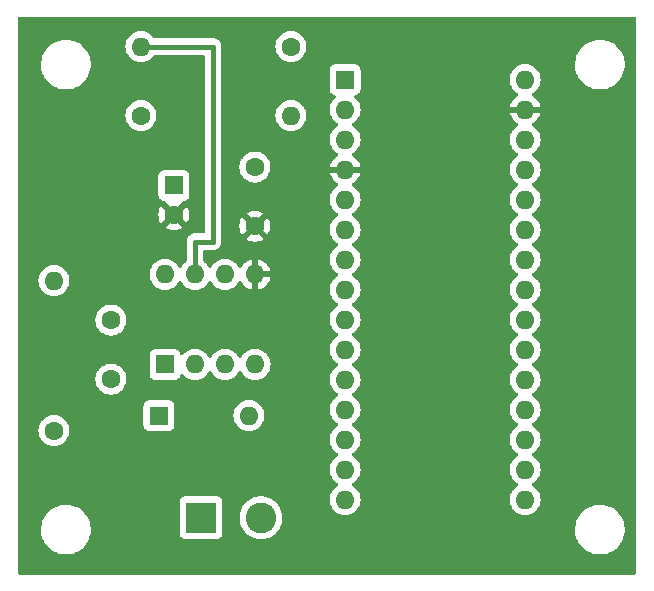
<source format=gbr>
%TF.GenerationSoftware,KiCad,Pcbnew,(6.0.2)*%
%TF.CreationDate,2022-03-21T18:21:57-04:00*%
%TF.ProjectId,dccsniffer,64636373-6e69-4666-9665-722e6b696361,rev?*%
%TF.SameCoordinates,Original*%
%TF.FileFunction,Copper,L2,Bot*%
%TF.FilePolarity,Positive*%
%FSLAX46Y46*%
G04 Gerber Fmt 4.6, Leading zero omitted, Abs format (unit mm)*
G04 Created by KiCad (PCBNEW (6.0.2)) date 2022-03-21 18:21:57*
%MOMM*%
%LPD*%
G01*
G04 APERTURE LIST*
%TA.AperFunction,ComponentPad*%
%ADD10R,1.600000X1.600000*%
%TD*%
%TA.AperFunction,ComponentPad*%
%ADD11O,1.600000X1.600000*%
%TD*%
%TA.AperFunction,ComponentPad*%
%ADD12C,1.600000*%
%TD*%
%TA.AperFunction,ComponentPad*%
%ADD13R,2.600000X2.600000*%
%TD*%
%TA.AperFunction,ComponentPad*%
%ADD14C,2.600000*%
%TD*%
%TA.AperFunction,Conductor*%
%ADD15C,0.400000*%
%TD*%
G04 APERTURE END LIST*
D10*
%TO.P,D1,1,K*%
%TO.N,Net-(C1-Pad1)*%
X108966000Y-46990000D03*
D11*
%TO.P,D1,2,A*%
%TO.N,Net-(C1-Pad2)*%
X116586000Y-46990000D03*
%TD*%
D12*
%TO.P,R2,1*%
%TO.N,+5V*%
X120142000Y-15748000D03*
D11*
%TO.P,R2,2*%
%TO.N,Net-(R2-Pad2)*%
X107442000Y-15748000D03*
%TD*%
D12*
%TO.P,C1,1*%
%TO.N,Net-(C1-Pad1)*%
X104902000Y-38902000D03*
%TO.P,C1,2*%
%TO.N,Net-(C1-Pad2)*%
X104902000Y-43902000D03*
%TD*%
D10*
%TO.P,U1,1,NC*%
%TO.N,unconnected-(U1-Pad1)*%
X109484000Y-42662000D03*
D11*
%TO.P,U1,2,A*%
%TO.N,Net-(C1-Pad1)*%
X112024000Y-42662000D03*
%TO.P,U1,3,C*%
%TO.N,Net-(C1-Pad2)*%
X114564000Y-42662000D03*
%TO.P,U1,4*%
%TO.N,N/C*%
X117104000Y-42662000D03*
%TO.P,U1,5,GND*%
%TO.N,GND*%
X117104000Y-35042000D03*
%TO.P,U1,6,VO*%
%TO.N,Net-(A1-Pad5)*%
X114564000Y-35042000D03*
%TO.P,U1,7,EN*%
%TO.N,Net-(R2-Pad2)*%
X112024000Y-35042000D03*
%TO.P,U1,8,VCC*%
%TO.N,+5V*%
X109484000Y-35042000D03*
%TD*%
D12*
%TO.P,R3,1*%
%TO.N,+5V*%
X107442000Y-21590000D03*
D11*
%TO.P,R3,2*%
%TO.N,Net-(A1-Pad5)*%
X120142000Y-21590000D03*
%TD*%
D12*
%TO.P,C3,1*%
%TO.N,+5V*%
X117094000Y-25948000D03*
%TO.P,C3,2*%
%TO.N,GND*%
X117094000Y-30948000D03*
%TD*%
D10*
%TO.P,C2,1*%
%TO.N,+5V*%
X110236000Y-27496888D03*
D12*
%TO.P,C2,2*%
%TO.N,GND*%
X110236000Y-29996888D03*
%TD*%
D10*
%TO.P,A1,1,D1/TX*%
%TO.N,unconnected-(A1-Pad1)*%
X124724000Y-18542000D03*
D11*
%TO.P,A1,2,D0/RX*%
%TO.N,unconnected-(A1-Pad2)*%
X124724000Y-21082000D03*
%TO.P,A1,3,~{RESET}*%
%TO.N,unconnected-(A1-Pad3)*%
X124724000Y-23622000D03*
%TO.P,A1,4,GND*%
%TO.N,GND*%
X124724000Y-26162000D03*
%TO.P,A1,5,D2*%
%TO.N,Net-(A1-Pad5)*%
X124724000Y-28702000D03*
%TO.P,A1,6,D3*%
%TO.N,unconnected-(A1-Pad6)*%
X124724000Y-31242000D03*
%TO.P,A1,7,D4*%
%TO.N,unconnected-(A1-Pad7)*%
X124724000Y-33782000D03*
%TO.P,A1,8,D5*%
%TO.N,unconnected-(A1-Pad8)*%
X124724000Y-36322000D03*
%TO.P,A1,9,D6*%
%TO.N,unconnected-(A1-Pad9)*%
X124724000Y-38862000D03*
%TO.P,A1,10,D7*%
%TO.N,unconnected-(A1-Pad10)*%
X124724000Y-41402000D03*
%TO.P,A1,11,D8*%
%TO.N,unconnected-(A1-Pad11)*%
X124724000Y-43942000D03*
%TO.P,A1,12,D9*%
%TO.N,unconnected-(A1-Pad12)*%
X124724000Y-46482000D03*
%TO.P,A1,13,D10*%
%TO.N,unconnected-(A1-Pad13)*%
X124724000Y-49022000D03*
%TO.P,A1,14,D11*%
%TO.N,unconnected-(A1-Pad14)*%
X124724000Y-51562000D03*
%TO.P,A1,15,D12*%
%TO.N,unconnected-(A1-Pad15)*%
X124724000Y-54102000D03*
%TO.P,A1,16,D13*%
%TO.N,unconnected-(A1-Pad16)*%
X139964000Y-54102000D03*
%TO.P,A1,17,3V3*%
%TO.N,unconnected-(A1-Pad17)*%
X139964000Y-51562000D03*
%TO.P,A1,18,AREF*%
%TO.N,unconnected-(A1-Pad18)*%
X139964000Y-49022000D03*
%TO.P,A1,19,A0*%
%TO.N,unconnected-(A1-Pad19)*%
X139964000Y-46482000D03*
%TO.P,A1,20,A1*%
%TO.N,unconnected-(A1-Pad20)*%
X139964000Y-43942000D03*
%TO.P,A1,21,A2*%
%TO.N,unconnected-(A1-Pad21)*%
X139964000Y-41402000D03*
%TO.P,A1,22,A3*%
%TO.N,unconnected-(A1-Pad22)*%
X139964000Y-38862000D03*
%TO.P,A1,23,A4*%
%TO.N,unconnected-(A1-Pad23)*%
X139964000Y-36322000D03*
%TO.P,A1,24,A5*%
%TO.N,unconnected-(A1-Pad24)*%
X139964000Y-33782000D03*
%TO.P,A1,25,A6*%
%TO.N,unconnected-(A1-Pad25)*%
X139964000Y-31242000D03*
%TO.P,A1,26,A7*%
%TO.N,unconnected-(A1-Pad26)*%
X139964000Y-28702000D03*
%TO.P,A1,27,+5V*%
%TO.N,+5V*%
X139964000Y-26162000D03*
%TO.P,A1,28,~{RESET}*%
%TO.N,unconnected-(A1-Pad28)*%
X139964000Y-23622000D03*
%TO.P,A1,29,GND*%
%TO.N,GND*%
X139964000Y-21082000D03*
%TO.P,A1,30,VIN*%
%TO.N,unconnected-(A1-Pad30)*%
X139964000Y-18542000D03*
%TD*%
D13*
%TO.P,J1,1,Pin_1*%
%TO.N,Net-(J1-Pad1)*%
X112522000Y-55626000D03*
D14*
%TO.P,J1,2,Pin_2*%
%TO.N,Net-(C1-Pad2)*%
X117602000Y-55626000D03*
%TD*%
D12*
%TO.P,R1,1*%
%TO.N,Net-(J1-Pad1)*%
X100076000Y-48260000D03*
D11*
%TO.P,R1,2*%
%TO.N,Net-(C1-Pad1)*%
X100076000Y-35560000D03*
%TD*%
D15*
%TO.N,Net-(R2-Pad2)*%
X112024000Y-32268000D02*
X112034000Y-32258000D01*
X112024000Y-35042000D02*
X112024000Y-32268000D01*
X113538000Y-32258000D02*
X113538000Y-15748000D01*
X113538000Y-15748000D02*
X107442000Y-15748000D01*
X112034000Y-32258000D02*
X113538000Y-32258000D01*
%TD*%
%TA.AperFunction,Conductor*%
%TO.N,GND*%
G36*
X149294121Y-13228002D02*
G01*
X149340614Y-13281658D01*
X149352000Y-13334000D01*
X149352000Y-60326000D01*
X149331998Y-60394121D01*
X149278342Y-60440614D01*
X149226000Y-60452000D01*
X97154000Y-60452000D01*
X97085879Y-60431998D01*
X97039386Y-60378342D01*
X97028000Y-60326000D01*
X97028000Y-56774703D01*
X98982743Y-56774703D01*
X99020268Y-57059734D01*
X99096129Y-57337036D01*
X99208923Y-57601476D01*
X99356561Y-57848161D01*
X99536313Y-58072528D01*
X99744851Y-58270423D01*
X99978317Y-58438186D01*
X99982112Y-58440195D01*
X99982113Y-58440196D01*
X100003869Y-58451715D01*
X100232392Y-58572712D01*
X100502373Y-58671511D01*
X100783264Y-58732755D01*
X100811841Y-58735004D01*
X101006282Y-58750307D01*
X101006291Y-58750307D01*
X101008739Y-58750500D01*
X101164271Y-58750500D01*
X101166407Y-58750354D01*
X101166418Y-58750354D01*
X101374548Y-58736165D01*
X101374554Y-58736164D01*
X101378825Y-58735873D01*
X101383020Y-58735004D01*
X101383022Y-58735004D01*
X101519584Y-58706723D01*
X101660342Y-58677574D01*
X101931343Y-58581607D01*
X102186812Y-58449750D01*
X102190313Y-58447289D01*
X102190317Y-58447287D01*
X102304418Y-58367095D01*
X102422023Y-58284441D01*
X102632622Y-58088740D01*
X102814713Y-57866268D01*
X102964927Y-57621142D01*
X103045197Y-57438283D01*
X103078757Y-57361830D01*
X103080483Y-57357898D01*
X103085364Y-57340765D01*
X103155181Y-57095669D01*
X103159244Y-57081406D01*
X103174511Y-56974134D01*
X110713500Y-56974134D01*
X110720255Y-57036316D01*
X110771385Y-57172705D01*
X110858739Y-57289261D01*
X110975295Y-57376615D01*
X111111684Y-57427745D01*
X111173866Y-57434500D01*
X113870134Y-57434500D01*
X113932316Y-57427745D01*
X114068705Y-57376615D01*
X114185261Y-57289261D01*
X114272615Y-57172705D01*
X114323745Y-57036316D01*
X114330500Y-56974134D01*
X114330500Y-55578526D01*
X115789050Y-55578526D01*
X115789274Y-55583192D01*
X115789274Y-55583197D01*
X115794235Y-55686476D01*
X115801947Y-55847019D01*
X115854388Y-56110656D01*
X115945220Y-56363646D01*
X116072450Y-56600431D01*
X116075241Y-56604168D01*
X116075245Y-56604175D01*
X116156887Y-56713506D01*
X116233281Y-56815810D01*
X116236590Y-56819090D01*
X116236595Y-56819096D01*
X116420863Y-57001762D01*
X116424180Y-57005050D01*
X116427942Y-57007808D01*
X116427945Y-57007811D01*
X116540299Y-57090192D01*
X116640954Y-57163995D01*
X116645089Y-57166171D01*
X116645093Y-57166173D01*
X116874698Y-57286975D01*
X116878840Y-57289154D01*
X117132613Y-57377775D01*
X117137206Y-57378647D01*
X117392109Y-57427042D01*
X117392112Y-57427042D01*
X117396698Y-57427913D01*
X117524370Y-57432929D01*
X117660625Y-57438283D01*
X117660630Y-57438283D01*
X117665293Y-57438466D01*
X117769607Y-57427042D01*
X117927844Y-57409713D01*
X117927850Y-57409712D01*
X117932497Y-57409203D01*
X118044302Y-57379767D01*
X118187918Y-57341956D01*
X118187920Y-57341955D01*
X118192441Y-57340765D01*
X118196738Y-57338919D01*
X118435120Y-57236502D01*
X118435122Y-57236501D01*
X118439414Y-57234657D01*
X118558071Y-57161230D01*
X118664017Y-57095669D01*
X118664021Y-57095666D01*
X118667990Y-57093210D01*
X118873149Y-56919530D01*
X119000159Y-56774703D01*
X144194743Y-56774703D01*
X144232268Y-57059734D01*
X144308129Y-57337036D01*
X144420923Y-57601476D01*
X144568561Y-57848161D01*
X144748313Y-58072528D01*
X144956851Y-58270423D01*
X145190317Y-58438186D01*
X145194112Y-58440195D01*
X145194113Y-58440196D01*
X145215869Y-58451715D01*
X145444392Y-58572712D01*
X145714373Y-58671511D01*
X145995264Y-58732755D01*
X146023841Y-58735004D01*
X146218282Y-58750307D01*
X146218291Y-58750307D01*
X146220739Y-58750500D01*
X146376271Y-58750500D01*
X146378407Y-58750354D01*
X146378418Y-58750354D01*
X146586548Y-58736165D01*
X146586554Y-58736164D01*
X146590825Y-58735873D01*
X146595020Y-58735004D01*
X146595022Y-58735004D01*
X146731584Y-58706723D01*
X146872342Y-58677574D01*
X147143343Y-58581607D01*
X147398812Y-58449750D01*
X147402313Y-58447289D01*
X147402317Y-58447287D01*
X147516418Y-58367095D01*
X147634023Y-58284441D01*
X147844622Y-58088740D01*
X148026713Y-57866268D01*
X148176927Y-57621142D01*
X148257197Y-57438283D01*
X148290757Y-57361830D01*
X148292483Y-57357898D01*
X148297364Y-57340765D01*
X148367181Y-57095669D01*
X148371244Y-57081406D01*
X148411751Y-56796784D01*
X148411845Y-56778951D01*
X148413235Y-56513583D01*
X148413235Y-56513576D01*
X148413257Y-56509297D01*
X148375732Y-56224266D01*
X148299871Y-55946964D01*
X148255249Y-55842349D01*
X148188763Y-55686476D01*
X148188761Y-55686472D01*
X148187077Y-55682524D01*
X148039439Y-55435839D01*
X147859687Y-55211472D01*
X147651149Y-55013577D01*
X147417683Y-54845814D01*
X147395843Y-54834250D01*
X147261760Y-54763257D01*
X147163608Y-54711288D01*
X146893627Y-54612489D01*
X146612736Y-54551245D01*
X146581685Y-54548801D01*
X146389718Y-54533693D01*
X146389709Y-54533693D01*
X146387261Y-54533500D01*
X146231729Y-54533500D01*
X146229593Y-54533646D01*
X146229582Y-54533646D01*
X146021452Y-54547835D01*
X146021446Y-54547836D01*
X146017175Y-54548127D01*
X146012980Y-54548996D01*
X146012978Y-54548996D01*
X145915127Y-54569260D01*
X145735658Y-54606426D01*
X145464657Y-54702393D01*
X145209188Y-54834250D01*
X145205687Y-54836711D01*
X145205683Y-54836713D01*
X145091582Y-54916905D01*
X144973977Y-54999559D01*
X144763378Y-55195260D01*
X144581287Y-55417732D01*
X144431073Y-55662858D01*
X144315517Y-55926102D01*
X144236756Y-56202594D01*
X144196249Y-56487216D01*
X144196227Y-56491505D01*
X144196226Y-56491512D01*
X144194765Y-56770417D01*
X144194743Y-56774703D01*
X119000159Y-56774703D01*
X119050382Y-56717434D01*
X119195797Y-56491361D01*
X119306199Y-56246278D01*
X119343209Y-56115051D01*
X119377893Y-55992072D01*
X119377894Y-55992069D01*
X119379163Y-55987568D01*
X119397043Y-55847019D01*
X119412688Y-55724045D01*
X119412688Y-55724041D01*
X119413086Y-55720915D01*
X119415571Y-55626000D01*
X119395650Y-55357937D01*
X119394619Y-55353379D01*
X119337361Y-55100331D01*
X119337360Y-55100326D01*
X119336327Y-55095763D01*
X119238902Y-54845238D01*
X119105518Y-54611864D01*
X119102359Y-54607856D01*
X119039416Y-54528014D01*
X118939105Y-54400769D01*
X118743317Y-54216591D01*
X118578136Y-54102000D01*
X123410502Y-54102000D01*
X123430457Y-54330087D01*
X123431881Y-54335400D01*
X123431881Y-54335402D01*
X123441095Y-54369787D01*
X123489716Y-54551243D01*
X123492039Y-54556224D01*
X123492039Y-54556225D01*
X123584151Y-54753762D01*
X123584154Y-54753767D01*
X123586477Y-54758749D01*
X123717802Y-54946300D01*
X123879700Y-55108198D01*
X123884208Y-55111355D01*
X123884211Y-55111357D01*
X123962389Y-55166098D01*
X124067251Y-55239523D01*
X124072233Y-55241846D01*
X124072238Y-55241849D01*
X124210966Y-55306538D01*
X124274757Y-55336284D01*
X124280065Y-55337706D01*
X124280067Y-55337707D01*
X124490598Y-55394119D01*
X124490600Y-55394119D01*
X124495913Y-55395543D01*
X124724000Y-55415498D01*
X124952087Y-55395543D01*
X124957400Y-55394119D01*
X124957402Y-55394119D01*
X125167933Y-55337707D01*
X125167935Y-55337706D01*
X125173243Y-55336284D01*
X125237034Y-55306538D01*
X125375762Y-55241849D01*
X125375767Y-55241846D01*
X125380749Y-55239523D01*
X125485611Y-55166098D01*
X125563789Y-55111357D01*
X125563792Y-55111355D01*
X125568300Y-55108198D01*
X125730198Y-54946300D01*
X125861523Y-54758749D01*
X125863846Y-54753767D01*
X125863849Y-54753762D01*
X125955961Y-54556225D01*
X125955961Y-54556224D01*
X125958284Y-54551243D01*
X126006906Y-54369787D01*
X126016119Y-54335402D01*
X126016119Y-54335400D01*
X126017543Y-54330087D01*
X126037498Y-54102000D01*
X138650502Y-54102000D01*
X138670457Y-54330087D01*
X138671881Y-54335400D01*
X138671881Y-54335402D01*
X138681095Y-54369787D01*
X138729716Y-54551243D01*
X138732039Y-54556224D01*
X138732039Y-54556225D01*
X138824151Y-54753762D01*
X138824154Y-54753767D01*
X138826477Y-54758749D01*
X138957802Y-54946300D01*
X139119700Y-55108198D01*
X139124208Y-55111355D01*
X139124211Y-55111357D01*
X139202389Y-55166098D01*
X139307251Y-55239523D01*
X139312233Y-55241846D01*
X139312238Y-55241849D01*
X139450966Y-55306538D01*
X139514757Y-55336284D01*
X139520065Y-55337706D01*
X139520067Y-55337707D01*
X139730598Y-55394119D01*
X139730600Y-55394119D01*
X139735913Y-55395543D01*
X139964000Y-55415498D01*
X140192087Y-55395543D01*
X140197400Y-55394119D01*
X140197402Y-55394119D01*
X140407933Y-55337707D01*
X140407935Y-55337706D01*
X140413243Y-55336284D01*
X140477034Y-55306538D01*
X140615762Y-55241849D01*
X140615767Y-55241846D01*
X140620749Y-55239523D01*
X140725611Y-55166098D01*
X140803789Y-55111357D01*
X140803792Y-55111355D01*
X140808300Y-55108198D01*
X140970198Y-54946300D01*
X141101523Y-54758749D01*
X141103846Y-54753767D01*
X141103849Y-54753762D01*
X141195961Y-54556225D01*
X141195961Y-54556224D01*
X141198284Y-54551243D01*
X141246906Y-54369787D01*
X141256119Y-54335402D01*
X141256119Y-54335400D01*
X141257543Y-54330087D01*
X141277498Y-54102000D01*
X141257543Y-53873913D01*
X141252038Y-53853368D01*
X141199707Y-53658067D01*
X141199706Y-53658065D01*
X141198284Y-53652757D01*
X141195961Y-53647775D01*
X141103849Y-53450238D01*
X141103846Y-53450233D01*
X141101523Y-53445251D01*
X140970198Y-53257700D01*
X140808300Y-53095802D01*
X140803792Y-53092645D01*
X140803789Y-53092643D01*
X140725611Y-53037902D01*
X140620749Y-52964477D01*
X140615767Y-52962154D01*
X140615762Y-52962151D01*
X140581543Y-52946195D01*
X140528258Y-52899278D01*
X140508797Y-52831001D01*
X140529339Y-52763041D01*
X140581543Y-52717805D01*
X140615762Y-52701849D01*
X140615767Y-52701846D01*
X140620749Y-52699523D01*
X140725611Y-52626098D01*
X140803789Y-52571357D01*
X140803792Y-52571355D01*
X140808300Y-52568198D01*
X140970198Y-52406300D01*
X141101523Y-52218749D01*
X141103846Y-52213767D01*
X141103849Y-52213762D01*
X141195961Y-52016225D01*
X141195961Y-52016224D01*
X141198284Y-52011243D01*
X141257543Y-51790087D01*
X141277498Y-51562000D01*
X141257543Y-51333913D01*
X141198284Y-51112757D01*
X141195961Y-51107775D01*
X141103849Y-50910238D01*
X141103846Y-50910233D01*
X141101523Y-50905251D01*
X140970198Y-50717700D01*
X140808300Y-50555802D01*
X140803792Y-50552645D01*
X140803789Y-50552643D01*
X140725611Y-50497902D01*
X140620749Y-50424477D01*
X140615767Y-50422154D01*
X140615762Y-50422151D01*
X140581543Y-50406195D01*
X140528258Y-50359278D01*
X140508797Y-50291001D01*
X140529339Y-50223041D01*
X140581543Y-50177805D01*
X140615762Y-50161849D01*
X140615767Y-50161846D01*
X140620749Y-50159523D01*
X140725611Y-50086098D01*
X140803789Y-50031357D01*
X140803792Y-50031355D01*
X140808300Y-50028198D01*
X140970198Y-49866300D01*
X141101523Y-49678749D01*
X141103846Y-49673767D01*
X141103849Y-49673762D01*
X141195961Y-49476225D01*
X141195961Y-49476224D01*
X141198284Y-49471243D01*
X141218038Y-49397523D01*
X141256119Y-49255402D01*
X141256119Y-49255400D01*
X141257543Y-49250087D01*
X141277498Y-49022000D01*
X141257543Y-48793913D01*
X141198284Y-48572757D01*
X141195961Y-48567775D01*
X141103849Y-48370238D01*
X141103846Y-48370233D01*
X141101523Y-48365251D01*
X140970198Y-48177700D01*
X140808300Y-48015802D01*
X140803792Y-48012645D01*
X140803789Y-48012643D01*
X140643369Y-47900316D01*
X140620749Y-47884477D01*
X140615767Y-47882154D01*
X140615762Y-47882151D01*
X140581543Y-47866195D01*
X140528258Y-47819278D01*
X140508797Y-47751001D01*
X140529339Y-47683041D01*
X140581543Y-47637805D01*
X140615762Y-47621849D01*
X140615767Y-47621846D01*
X140620749Y-47619523D01*
X140725611Y-47546098D01*
X140803789Y-47491357D01*
X140803792Y-47491355D01*
X140808300Y-47488198D01*
X140970198Y-47326300D01*
X141101523Y-47138749D01*
X141103846Y-47133767D01*
X141103849Y-47133762D01*
X141195961Y-46936225D01*
X141195961Y-46936224D01*
X141198284Y-46931243D01*
X141257543Y-46710087D01*
X141277498Y-46482000D01*
X141257543Y-46253913D01*
X141228547Y-46145700D01*
X141199707Y-46038067D01*
X141199706Y-46038065D01*
X141198284Y-46032757D01*
X141160488Y-45951703D01*
X141103849Y-45830238D01*
X141103846Y-45830233D01*
X141101523Y-45825251D01*
X141011005Y-45695978D01*
X140973357Y-45642211D01*
X140973355Y-45642208D01*
X140970198Y-45637700D01*
X140808300Y-45475802D01*
X140803792Y-45472645D01*
X140803789Y-45472643D01*
X140725611Y-45417902D01*
X140620749Y-45344477D01*
X140615767Y-45342154D01*
X140615762Y-45342151D01*
X140581543Y-45326195D01*
X140528258Y-45279278D01*
X140508797Y-45211001D01*
X140529339Y-45143041D01*
X140581543Y-45097805D01*
X140615762Y-45081849D01*
X140615767Y-45081846D01*
X140620749Y-45079523D01*
X140725611Y-45006098D01*
X140803789Y-44951357D01*
X140803792Y-44951355D01*
X140808300Y-44948198D01*
X140970198Y-44786300D01*
X140998207Y-44746300D01*
X141098366Y-44603257D01*
X141101523Y-44598749D01*
X141103846Y-44593767D01*
X141103849Y-44593762D01*
X141195961Y-44396225D01*
X141195961Y-44396224D01*
X141198284Y-44391243D01*
X141257543Y-44170087D01*
X141277498Y-43942000D01*
X141257543Y-43713913D01*
X141245294Y-43668198D01*
X141199707Y-43498067D01*
X141199706Y-43498065D01*
X141198284Y-43492757D01*
X141177309Y-43447775D01*
X141103849Y-43290238D01*
X141103846Y-43290233D01*
X141101523Y-43285251D01*
X140983861Y-43117213D01*
X140973357Y-43102211D01*
X140973355Y-43102208D01*
X140970198Y-43097700D01*
X140808300Y-42935802D01*
X140803792Y-42932645D01*
X140803789Y-42932643D01*
X140725611Y-42877902D01*
X140620749Y-42804477D01*
X140615767Y-42802154D01*
X140615762Y-42802151D01*
X140581543Y-42786195D01*
X140528258Y-42739278D01*
X140508797Y-42671001D01*
X140529339Y-42603041D01*
X140581543Y-42557805D01*
X140615762Y-42541849D01*
X140615767Y-42541846D01*
X140620749Y-42539523D01*
X140763749Y-42439393D01*
X140803789Y-42411357D01*
X140803792Y-42411355D01*
X140808300Y-42408198D01*
X140970198Y-42246300D01*
X140997866Y-42206787D01*
X141060593Y-42117203D01*
X141101523Y-42058749D01*
X141103846Y-42053767D01*
X141103849Y-42053762D01*
X141195961Y-41856225D01*
X141195961Y-41856224D01*
X141198284Y-41851243D01*
X141209210Y-41810469D01*
X141256119Y-41635402D01*
X141256119Y-41635400D01*
X141257543Y-41630087D01*
X141277498Y-41402000D01*
X141257543Y-41173913D01*
X141198284Y-40952757D01*
X141195961Y-40947775D01*
X141103849Y-40750238D01*
X141103846Y-40750233D01*
X141101523Y-40745251D01*
X140970198Y-40557700D01*
X140808300Y-40395802D01*
X140803792Y-40392645D01*
X140803789Y-40392643D01*
X140725611Y-40337902D01*
X140620749Y-40264477D01*
X140615767Y-40262154D01*
X140615762Y-40262151D01*
X140581543Y-40246195D01*
X140528258Y-40199278D01*
X140508797Y-40131001D01*
X140529339Y-40063041D01*
X140581543Y-40017805D01*
X140615762Y-40001849D01*
X140615767Y-40001846D01*
X140620749Y-39999523D01*
X140756740Y-39904301D01*
X140803789Y-39871357D01*
X140803792Y-39871355D01*
X140808300Y-39868198D01*
X140970198Y-39706300D01*
X141101523Y-39518749D01*
X141103846Y-39513767D01*
X141103849Y-39513762D01*
X141195961Y-39316225D01*
X141195961Y-39316224D01*
X141198284Y-39311243D01*
X141257543Y-39090087D01*
X141277498Y-38862000D01*
X141257543Y-38633913D01*
X141198284Y-38412757D01*
X141122501Y-38250238D01*
X141103849Y-38210238D01*
X141103846Y-38210233D01*
X141101523Y-38205251D01*
X141001365Y-38062211D01*
X140973357Y-38022211D01*
X140973355Y-38022208D01*
X140970198Y-38017700D01*
X140808300Y-37855802D01*
X140803792Y-37852645D01*
X140803789Y-37852643D01*
X140682383Y-37767634D01*
X140620749Y-37724477D01*
X140615767Y-37722154D01*
X140615762Y-37722151D01*
X140581543Y-37706195D01*
X140528258Y-37659278D01*
X140508797Y-37591001D01*
X140529339Y-37523041D01*
X140581543Y-37477805D01*
X140615762Y-37461849D01*
X140615767Y-37461846D01*
X140620749Y-37459523D01*
X140725611Y-37386098D01*
X140803789Y-37331357D01*
X140803792Y-37331355D01*
X140808300Y-37328198D01*
X140970198Y-37166300D01*
X141101523Y-36978749D01*
X141103846Y-36973767D01*
X141103849Y-36973762D01*
X141195961Y-36776225D01*
X141195961Y-36776224D01*
X141198284Y-36771243D01*
X141218038Y-36697523D01*
X141256119Y-36555402D01*
X141256119Y-36555400D01*
X141257543Y-36550087D01*
X141277498Y-36322000D01*
X141257543Y-36093913D01*
X141245294Y-36048198D01*
X141199707Y-35878067D01*
X141199706Y-35878065D01*
X141198284Y-35872757D01*
X141195961Y-35867775D01*
X141103849Y-35670238D01*
X141103846Y-35670233D01*
X141101523Y-35665251D01*
X141023992Y-35554525D01*
X140973357Y-35482211D01*
X140973355Y-35482208D01*
X140970198Y-35477700D01*
X140808300Y-35315802D01*
X140803792Y-35312645D01*
X140803789Y-35312643D01*
X140725611Y-35257902D01*
X140620749Y-35184477D01*
X140615767Y-35182154D01*
X140615762Y-35182151D01*
X140581543Y-35166195D01*
X140528258Y-35119278D01*
X140508797Y-35051001D01*
X140529339Y-34983041D01*
X140581543Y-34937805D01*
X140615762Y-34921849D01*
X140615767Y-34921846D01*
X140620749Y-34919523D01*
X140763749Y-34819393D01*
X140803789Y-34791357D01*
X140803792Y-34791355D01*
X140808300Y-34788198D01*
X140970198Y-34626300D01*
X141101523Y-34438749D01*
X141103846Y-34433767D01*
X141103849Y-34433762D01*
X141195961Y-34236225D01*
X141195961Y-34236224D01*
X141198284Y-34231243D01*
X141249609Y-34039699D01*
X141256119Y-34015402D01*
X141256119Y-34015400D01*
X141257543Y-34010087D01*
X141277498Y-33782000D01*
X141257543Y-33553913D01*
X141198284Y-33332757D01*
X141195961Y-33327775D01*
X141103849Y-33130238D01*
X141103846Y-33130233D01*
X141101523Y-33125251D01*
X140990668Y-32966934D01*
X140973357Y-32942211D01*
X140973355Y-32942208D01*
X140970198Y-32937700D01*
X140808300Y-32775802D01*
X140803792Y-32772645D01*
X140803789Y-32772643D01*
X140725611Y-32717902D01*
X140620749Y-32644477D01*
X140615767Y-32642154D01*
X140615762Y-32642151D01*
X140581543Y-32626195D01*
X140528258Y-32579278D01*
X140508797Y-32511001D01*
X140529339Y-32443041D01*
X140581543Y-32397805D01*
X140615762Y-32381849D01*
X140615767Y-32381846D01*
X140620749Y-32379523D01*
X140790707Y-32260517D01*
X140803789Y-32251357D01*
X140803792Y-32251355D01*
X140808300Y-32248198D01*
X140970198Y-32086300D01*
X140997263Y-32047648D01*
X141085127Y-31922165D01*
X141101523Y-31898749D01*
X141103846Y-31893767D01*
X141103849Y-31893762D01*
X141195961Y-31696225D01*
X141195961Y-31696224D01*
X141198284Y-31691243D01*
X141201911Y-31677709D01*
X141256119Y-31475402D01*
X141256119Y-31475400D01*
X141257543Y-31470087D01*
X141277498Y-31242000D01*
X141257543Y-31013913D01*
X141198284Y-30792757D01*
X141161880Y-30714688D01*
X141103849Y-30590238D01*
X141103846Y-30590233D01*
X141101523Y-30585251D01*
X140970198Y-30397700D01*
X140808300Y-30235802D01*
X140803792Y-30232645D01*
X140803789Y-30232643D01*
X140725611Y-30177902D01*
X140620749Y-30104477D01*
X140615767Y-30102154D01*
X140615762Y-30102151D01*
X140581543Y-30086195D01*
X140528258Y-30039278D01*
X140508797Y-29971001D01*
X140529339Y-29903041D01*
X140581543Y-29857805D01*
X140615762Y-29841849D01*
X140615767Y-29841846D01*
X140620749Y-29839523D01*
X140729212Y-29763576D01*
X140803789Y-29711357D01*
X140803792Y-29711355D01*
X140808300Y-29708198D01*
X140970198Y-29546300D01*
X141101523Y-29358749D01*
X141103846Y-29353767D01*
X141103849Y-29353762D01*
X141195961Y-29156225D01*
X141195961Y-29156224D01*
X141198284Y-29151243D01*
X141257543Y-28930087D01*
X141277498Y-28702000D01*
X141257543Y-28473913D01*
X141198284Y-28252757D01*
X141195961Y-28247775D01*
X141103849Y-28050238D01*
X141103846Y-28050233D01*
X141101523Y-28045251D01*
X140970198Y-27857700D01*
X140808300Y-27695802D01*
X140803792Y-27692645D01*
X140803789Y-27692643D01*
X140725611Y-27637902D01*
X140620749Y-27564477D01*
X140615767Y-27562154D01*
X140615762Y-27562151D01*
X140581543Y-27546195D01*
X140528258Y-27499278D01*
X140508797Y-27431001D01*
X140529339Y-27363041D01*
X140581543Y-27317805D01*
X140615762Y-27301849D01*
X140615767Y-27301846D01*
X140620749Y-27299523D01*
X140786151Y-27183707D01*
X140803789Y-27171357D01*
X140803792Y-27171355D01*
X140808300Y-27168198D01*
X140970198Y-27006300D01*
X141004469Y-26957357D01*
X141098366Y-26823257D01*
X141101523Y-26818749D01*
X141103846Y-26813767D01*
X141103849Y-26813762D01*
X141195961Y-26616225D01*
X141195961Y-26616224D01*
X141198284Y-26611243D01*
X141201361Y-26599762D01*
X141256119Y-26395402D01*
X141256119Y-26395400D01*
X141257543Y-26390087D01*
X141277498Y-26162000D01*
X141257543Y-25933913D01*
X141201670Y-25725393D01*
X141199707Y-25718067D01*
X141199706Y-25718065D01*
X141198284Y-25712757D01*
X141103966Y-25510489D01*
X141103849Y-25510238D01*
X141103846Y-25510233D01*
X141101523Y-25505251D01*
X140970198Y-25317700D01*
X140808300Y-25155802D01*
X140803792Y-25152645D01*
X140803789Y-25152643D01*
X140725611Y-25097902D01*
X140620749Y-25024477D01*
X140615767Y-25022154D01*
X140615762Y-25022151D01*
X140581543Y-25006195D01*
X140528258Y-24959278D01*
X140508797Y-24891001D01*
X140529339Y-24823041D01*
X140581543Y-24777805D01*
X140615762Y-24761849D01*
X140615767Y-24761846D01*
X140620749Y-24759523D01*
X140768765Y-24655881D01*
X140803789Y-24631357D01*
X140803792Y-24631355D01*
X140808300Y-24628198D01*
X140970198Y-24466300D01*
X141101523Y-24278749D01*
X141103846Y-24273767D01*
X141103849Y-24273762D01*
X141195961Y-24076225D01*
X141195961Y-24076224D01*
X141198284Y-24071243D01*
X141257543Y-23850087D01*
X141277498Y-23622000D01*
X141257543Y-23393913D01*
X141198284Y-23172757D01*
X141195961Y-23167775D01*
X141103849Y-22970238D01*
X141103846Y-22970233D01*
X141101523Y-22965251D01*
X140970198Y-22777700D01*
X140808300Y-22615802D01*
X140803792Y-22612645D01*
X140803789Y-22612643D01*
X140725611Y-22557902D01*
X140620749Y-22484477D01*
X140615767Y-22482154D01*
X140615762Y-22482151D01*
X140580951Y-22465919D01*
X140527666Y-22419002D01*
X140508205Y-22350725D01*
X140528747Y-22282765D01*
X140580951Y-22237529D01*
X140615511Y-22221414D01*
X140625007Y-22215931D01*
X140803467Y-22090972D01*
X140811875Y-22083916D01*
X140965916Y-21929875D01*
X140972972Y-21921467D01*
X141097931Y-21743007D01*
X141103414Y-21733511D01*
X141195490Y-21536053D01*
X141199236Y-21525761D01*
X141245394Y-21353497D01*
X141245058Y-21339401D01*
X141237116Y-21336000D01*
X138696033Y-21336000D01*
X138682502Y-21339973D01*
X138681273Y-21348522D01*
X138728764Y-21525761D01*
X138732510Y-21536053D01*
X138824586Y-21733511D01*
X138830069Y-21743007D01*
X138955028Y-21921467D01*
X138962084Y-21929875D01*
X139116125Y-22083916D01*
X139124533Y-22090972D01*
X139302993Y-22215931D01*
X139312489Y-22221414D01*
X139347049Y-22237529D01*
X139400334Y-22284446D01*
X139419795Y-22352723D01*
X139399253Y-22420683D01*
X139347049Y-22465919D01*
X139312238Y-22482151D01*
X139312233Y-22482154D01*
X139307251Y-22484477D01*
X139202389Y-22557902D01*
X139124211Y-22612643D01*
X139124208Y-22612645D01*
X139119700Y-22615802D01*
X138957802Y-22777700D01*
X138826477Y-22965251D01*
X138824154Y-22970233D01*
X138824151Y-22970238D01*
X138732039Y-23167775D01*
X138729716Y-23172757D01*
X138670457Y-23393913D01*
X138650502Y-23622000D01*
X138670457Y-23850087D01*
X138729716Y-24071243D01*
X138732039Y-24076224D01*
X138732039Y-24076225D01*
X138824151Y-24273762D01*
X138824154Y-24273767D01*
X138826477Y-24278749D01*
X138957802Y-24466300D01*
X139119700Y-24628198D01*
X139124208Y-24631355D01*
X139124211Y-24631357D01*
X139159235Y-24655881D01*
X139307251Y-24759523D01*
X139312233Y-24761846D01*
X139312238Y-24761849D01*
X139346457Y-24777805D01*
X139399742Y-24824722D01*
X139419203Y-24892999D01*
X139398661Y-24960959D01*
X139346457Y-25006195D01*
X139312238Y-25022151D01*
X139312233Y-25022154D01*
X139307251Y-25024477D01*
X139202389Y-25097902D01*
X139124211Y-25152643D01*
X139124208Y-25152645D01*
X139119700Y-25155802D01*
X138957802Y-25317700D01*
X138826477Y-25505251D01*
X138824154Y-25510233D01*
X138824151Y-25510238D01*
X138824034Y-25510489D01*
X138729716Y-25712757D01*
X138728294Y-25718065D01*
X138728293Y-25718067D01*
X138726330Y-25725393D01*
X138670457Y-25933913D01*
X138650502Y-26162000D01*
X138670457Y-26390087D01*
X138671881Y-26395400D01*
X138671881Y-26395402D01*
X138726640Y-26599762D01*
X138729716Y-26611243D01*
X138732039Y-26616224D01*
X138732039Y-26616225D01*
X138824151Y-26813762D01*
X138824154Y-26813767D01*
X138826477Y-26818749D01*
X138829634Y-26823257D01*
X138923532Y-26957357D01*
X138957802Y-27006300D01*
X139119700Y-27168198D01*
X139124208Y-27171355D01*
X139124211Y-27171357D01*
X139141849Y-27183707D01*
X139307251Y-27299523D01*
X139312233Y-27301846D01*
X139312238Y-27301849D01*
X139346457Y-27317805D01*
X139399742Y-27364722D01*
X139419203Y-27432999D01*
X139398661Y-27500959D01*
X139346457Y-27546195D01*
X139312238Y-27562151D01*
X139312233Y-27562154D01*
X139307251Y-27564477D01*
X139202389Y-27637902D01*
X139124211Y-27692643D01*
X139124208Y-27692645D01*
X139119700Y-27695802D01*
X138957802Y-27857700D01*
X138826477Y-28045251D01*
X138824154Y-28050233D01*
X138824151Y-28050238D01*
X138732039Y-28247775D01*
X138729716Y-28252757D01*
X138670457Y-28473913D01*
X138650502Y-28702000D01*
X138670457Y-28930087D01*
X138729716Y-29151243D01*
X138732039Y-29156224D01*
X138732039Y-29156225D01*
X138824151Y-29353762D01*
X138824154Y-29353767D01*
X138826477Y-29358749D01*
X138957802Y-29546300D01*
X139119700Y-29708198D01*
X139124208Y-29711355D01*
X139124211Y-29711357D01*
X139198788Y-29763576D01*
X139307251Y-29839523D01*
X139312233Y-29841846D01*
X139312238Y-29841849D01*
X139346457Y-29857805D01*
X139399742Y-29904722D01*
X139419203Y-29972999D01*
X139398661Y-30040959D01*
X139346457Y-30086195D01*
X139312238Y-30102151D01*
X139312233Y-30102154D01*
X139307251Y-30104477D01*
X139202389Y-30177902D01*
X139124211Y-30232643D01*
X139124208Y-30232645D01*
X139119700Y-30235802D01*
X138957802Y-30397700D01*
X138826477Y-30585251D01*
X138824154Y-30590233D01*
X138824151Y-30590238D01*
X138766120Y-30714688D01*
X138729716Y-30792757D01*
X138670457Y-31013913D01*
X138650502Y-31242000D01*
X138670457Y-31470087D01*
X138671881Y-31475400D01*
X138671881Y-31475402D01*
X138726090Y-31677709D01*
X138729716Y-31691243D01*
X138732039Y-31696224D01*
X138732039Y-31696225D01*
X138824151Y-31893762D01*
X138824154Y-31893767D01*
X138826477Y-31898749D01*
X138842873Y-31922165D01*
X138930738Y-32047648D01*
X138957802Y-32086300D01*
X139119700Y-32248198D01*
X139124208Y-32251355D01*
X139124211Y-32251357D01*
X139137293Y-32260517D01*
X139307251Y-32379523D01*
X139312233Y-32381846D01*
X139312238Y-32381849D01*
X139346457Y-32397805D01*
X139399742Y-32444722D01*
X139419203Y-32512999D01*
X139398661Y-32580959D01*
X139346457Y-32626195D01*
X139312238Y-32642151D01*
X139312233Y-32642154D01*
X139307251Y-32644477D01*
X139202389Y-32717902D01*
X139124211Y-32772643D01*
X139124208Y-32772645D01*
X139119700Y-32775802D01*
X138957802Y-32937700D01*
X138954645Y-32942208D01*
X138954643Y-32942211D01*
X138937332Y-32966934D01*
X138826477Y-33125251D01*
X138824154Y-33130233D01*
X138824151Y-33130238D01*
X138732039Y-33327775D01*
X138729716Y-33332757D01*
X138670457Y-33553913D01*
X138650502Y-33782000D01*
X138670457Y-34010087D01*
X138671881Y-34015400D01*
X138671881Y-34015402D01*
X138678392Y-34039699D01*
X138729716Y-34231243D01*
X138732039Y-34236224D01*
X138732039Y-34236225D01*
X138824151Y-34433762D01*
X138824154Y-34433767D01*
X138826477Y-34438749D01*
X138957802Y-34626300D01*
X139119700Y-34788198D01*
X139124208Y-34791355D01*
X139124211Y-34791357D01*
X139164251Y-34819393D01*
X139307251Y-34919523D01*
X139312233Y-34921846D01*
X139312238Y-34921849D01*
X139346457Y-34937805D01*
X139399742Y-34984722D01*
X139419203Y-35052999D01*
X139398661Y-35120959D01*
X139346457Y-35166195D01*
X139312238Y-35182151D01*
X139312233Y-35182154D01*
X139307251Y-35184477D01*
X139202389Y-35257902D01*
X139124211Y-35312643D01*
X139124208Y-35312645D01*
X139119700Y-35315802D01*
X138957802Y-35477700D01*
X138954645Y-35482208D01*
X138954643Y-35482211D01*
X138904008Y-35554525D01*
X138826477Y-35665251D01*
X138824154Y-35670233D01*
X138824151Y-35670238D01*
X138732039Y-35867775D01*
X138729716Y-35872757D01*
X138728294Y-35878065D01*
X138728293Y-35878067D01*
X138682706Y-36048198D01*
X138670457Y-36093913D01*
X138650502Y-36322000D01*
X138670457Y-36550087D01*
X138671881Y-36555400D01*
X138671881Y-36555402D01*
X138709963Y-36697523D01*
X138729716Y-36771243D01*
X138732039Y-36776224D01*
X138732039Y-36776225D01*
X138824151Y-36973762D01*
X138824154Y-36973767D01*
X138826477Y-36978749D01*
X138957802Y-37166300D01*
X139119700Y-37328198D01*
X139124208Y-37331355D01*
X139124211Y-37331357D01*
X139202389Y-37386098D01*
X139307251Y-37459523D01*
X139312233Y-37461846D01*
X139312238Y-37461849D01*
X139346457Y-37477805D01*
X139399742Y-37524722D01*
X139419203Y-37592999D01*
X139398661Y-37660959D01*
X139346457Y-37706195D01*
X139312238Y-37722151D01*
X139312233Y-37722154D01*
X139307251Y-37724477D01*
X139245617Y-37767634D01*
X139124211Y-37852643D01*
X139124208Y-37852645D01*
X139119700Y-37855802D01*
X138957802Y-38017700D01*
X138954645Y-38022208D01*
X138954643Y-38022211D01*
X138926635Y-38062211D01*
X138826477Y-38205251D01*
X138824154Y-38210233D01*
X138824151Y-38210238D01*
X138805499Y-38250238D01*
X138729716Y-38412757D01*
X138670457Y-38633913D01*
X138650502Y-38862000D01*
X138670457Y-39090087D01*
X138729716Y-39311243D01*
X138732039Y-39316224D01*
X138732039Y-39316225D01*
X138824151Y-39513762D01*
X138824154Y-39513767D01*
X138826477Y-39518749D01*
X138957802Y-39706300D01*
X139119700Y-39868198D01*
X139124208Y-39871355D01*
X139124211Y-39871357D01*
X139171260Y-39904301D01*
X139307251Y-39999523D01*
X139312233Y-40001846D01*
X139312238Y-40001849D01*
X139346457Y-40017805D01*
X139399742Y-40064722D01*
X139419203Y-40132999D01*
X139398661Y-40200959D01*
X139346457Y-40246195D01*
X139312238Y-40262151D01*
X139312233Y-40262154D01*
X139307251Y-40264477D01*
X139202389Y-40337902D01*
X139124211Y-40392643D01*
X139124208Y-40392645D01*
X139119700Y-40395802D01*
X138957802Y-40557700D01*
X138826477Y-40745251D01*
X138824154Y-40750233D01*
X138824151Y-40750238D01*
X138732039Y-40947775D01*
X138729716Y-40952757D01*
X138670457Y-41173913D01*
X138650502Y-41402000D01*
X138670457Y-41630087D01*
X138671881Y-41635400D01*
X138671881Y-41635402D01*
X138718791Y-41810469D01*
X138729716Y-41851243D01*
X138732039Y-41856224D01*
X138732039Y-41856225D01*
X138824151Y-42053762D01*
X138824154Y-42053767D01*
X138826477Y-42058749D01*
X138867407Y-42117203D01*
X138930135Y-42206787D01*
X138957802Y-42246300D01*
X139119700Y-42408198D01*
X139124208Y-42411355D01*
X139124211Y-42411357D01*
X139164251Y-42439393D01*
X139307251Y-42539523D01*
X139312233Y-42541846D01*
X139312238Y-42541849D01*
X139346457Y-42557805D01*
X139399742Y-42604722D01*
X139419203Y-42672999D01*
X139398661Y-42740959D01*
X139346457Y-42786195D01*
X139312238Y-42802151D01*
X139312233Y-42802154D01*
X139307251Y-42804477D01*
X139202389Y-42877902D01*
X139124211Y-42932643D01*
X139124208Y-42932645D01*
X139119700Y-42935802D01*
X138957802Y-43097700D01*
X138954645Y-43102208D01*
X138954643Y-43102211D01*
X138944139Y-43117213D01*
X138826477Y-43285251D01*
X138824154Y-43290233D01*
X138824151Y-43290238D01*
X138750691Y-43447775D01*
X138729716Y-43492757D01*
X138728294Y-43498065D01*
X138728293Y-43498067D01*
X138682706Y-43668198D01*
X138670457Y-43713913D01*
X138650502Y-43942000D01*
X138670457Y-44170087D01*
X138729716Y-44391243D01*
X138732039Y-44396224D01*
X138732039Y-44396225D01*
X138824151Y-44593762D01*
X138824154Y-44593767D01*
X138826477Y-44598749D01*
X138829634Y-44603257D01*
X138929794Y-44746300D01*
X138957802Y-44786300D01*
X139119700Y-44948198D01*
X139124208Y-44951355D01*
X139124211Y-44951357D01*
X139202389Y-45006098D01*
X139307251Y-45079523D01*
X139312233Y-45081846D01*
X139312238Y-45081849D01*
X139346457Y-45097805D01*
X139399742Y-45144722D01*
X139419203Y-45212999D01*
X139398661Y-45280959D01*
X139346457Y-45326195D01*
X139312238Y-45342151D01*
X139312233Y-45342154D01*
X139307251Y-45344477D01*
X139202389Y-45417902D01*
X139124211Y-45472643D01*
X139124208Y-45472645D01*
X139119700Y-45475802D01*
X138957802Y-45637700D01*
X138954645Y-45642208D01*
X138954643Y-45642211D01*
X138916995Y-45695978D01*
X138826477Y-45825251D01*
X138824154Y-45830233D01*
X138824151Y-45830238D01*
X138767512Y-45951703D01*
X138729716Y-46032757D01*
X138728294Y-46038065D01*
X138728293Y-46038067D01*
X138699453Y-46145700D01*
X138670457Y-46253913D01*
X138650502Y-46482000D01*
X138670457Y-46710087D01*
X138729716Y-46931243D01*
X138732039Y-46936224D01*
X138732039Y-46936225D01*
X138824151Y-47133762D01*
X138824154Y-47133767D01*
X138826477Y-47138749D01*
X138957802Y-47326300D01*
X139119700Y-47488198D01*
X139124208Y-47491355D01*
X139124211Y-47491357D01*
X139202389Y-47546098D01*
X139307251Y-47619523D01*
X139312233Y-47621846D01*
X139312238Y-47621849D01*
X139346457Y-47637805D01*
X139399742Y-47684722D01*
X139419203Y-47752999D01*
X139398661Y-47820959D01*
X139346457Y-47866195D01*
X139312238Y-47882151D01*
X139312233Y-47882154D01*
X139307251Y-47884477D01*
X139284631Y-47900316D01*
X139124211Y-48012643D01*
X139124208Y-48012645D01*
X139119700Y-48015802D01*
X138957802Y-48177700D01*
X138826477Y-48365251D01*
X138824154Y-48370233D01*
X138824151Y-48370238D01*
X138732039Y-48567775D01*
X138729716Y-48572757D01*
X138670457Y-48793913D01*
X138650502Y-49022000D01*
X138670457Y-49250087D01*
X138671881Y-49255400D01*
X138671881Y-49255402D01*
X138709963Y-49397523D01*
X138729716Y-49471243D01*
X138732039Y-49476224D01*
X138732039Y-49476225D01*
X138824151Y-49673762D01*
X138824154Y-49673767D01*
X138826477Y-49678749D01*
X138957802Y-49866300D01*
X139119700Y-50028198D01*
X139124208Y-50031355D01*
X139124211Y-50031357D01*
X139202389Y-50086098D01*
X139307251Y-50159523D01*
X139312233Y-50161846D01*
X139312238Y-50161849D01*
X139346457Y-50177805D01*
X139399742Y-50224722D01*
X139419203Y-50292999D01*
X139398661Y-50360959D01*
X139346457Y-50406195D01*
X139312238Y-50422151D01*
X139312233Y-50422154D01*
X139307251Y-50424477D01*
X139202389Y-50497902D01*
X139124211Y-50552643D01*
X139124208Y-50552645D01*
X139119700Y-50555802D01*
X138957802Y-50717700D01*
X138826477Y-50905251D01*
X138824154Y-50910233D01*
X138824151Y-50910238D01*
X138732039Y-51107775D01*
X138729716Y-51112757D01*
X138670457Y-51333913D01*
X138650502Y-51562000D01*
X138670457Y-51790087D01*
X138729716Y-52011243D01*
X138732039Y-52016224D01*
X138732039Y-52016225D01*
X138824151Y-52213762D01*
X138824154Y-52213767D01*
X138826477Y-52218749D01*
X138957802Y-52406300D01*
X139119700Y-52568198D01*
X139124208Y-52571355D01*
X139124211Y-52571357D01*
X139202389Y-52626098D01*
X139307251Y-52699523D01*
X139312233Y-52701846D01*
X139312238Y-52701849D01*
X139346457Y-52717805D01*
X139399742Y-52764722D01*
X139419203Y-52832999D01*
X139398661Y-52900959D01*
X139346457Y-52946195D01*
X139312238Y-52962151D01*
X139312233Y-52962154D01*
X139307251Y-52964477D01*
X139202389Y-53037902D01*
X139124211Y-53092643D01*
X139124208Y-53092645D01*
X139119700Y-53095802D01*
X138957802Y-53257700D01*
X138826477Y-53445251D01*
X138824154Y-53450233D01*
X138824151Y-53450238D01*
X138732039Y-53647775D01*
X138729716Y-53652757D01*
X138728294Y-53658065D01*
X138728293Y-53658067D01*
X138675962Y-53853368D01*
X138670457Y-53873913D01*
X138650502Y-54102000D01*
X126037498Y-54102000D01*
X126017543Y-53873913D01*
X126012038Y-53853368D01*
X125959707Y-53658067D01*
X125959706Y-53658065D01*
X125958284Y-53652757D01*
X125955961Y-53647775D01*
X125863849Y-53450238D01*
X125863846Y-53450233D01*
X125861523Y-53445251D01*
X125730198Y-53257700D01*
X125568300Y-53095802D01*
X125563792Y-53092645D01*
X125563789Y-53092643D01*
X125485611Y-53037902D01*
X125380749Y-52964477D01*
X125375767Y-52962154D01*
X125375762Y-52962151D01*
X125341543Y-52946195D01*
X125288258Y-52899278D01*
X125268797Y-52831001D01*
X125289339Y-52763041D01*
X125341543Y-52717805D01*
X125375762Y-52701849D01*
X125375767Y-52701846D01*
X125380749Y-52699523D01*
X125485611Y-52626098D01*
X125563789Y-52571357D01*
X125563792Y-52571355D01*
X125568300Y-52568198D01*
X125730198Y-52406300D01*
X125861523Y-52218749D01*
X125863846Y-52213767D01*
X125863849Y-52213762D01*
X125955961Y-52016225D01*
X125955961Y-52016224D01*
X125958284Y-52011243D01*
X126017543Y-51790087D01*
X126037498Y-51562000D01*
X126017543Y-51333913D01*
X125958284Y-51112757D01*
X125955961Y-51107775D01*
X125863849Y-50910238D01*
X125863846Y-50910233D01*
X125861523Y-50905251D01*
X125730198Y-50717700D01*
X125568300Y-50555802D01*
X125563792Y-50552645D01*
X125563789Y-50552643D01*
X125485611Y-50497902D01*
X125380749Y-50424477D01*
X125375767Y-50422154D01*
X125375762Y-50422151D01*
X125341543Y-50406195D01*
X125288258Y-50359278D01*
X125268797Y-50291001D01*
X125289339Y-50223041D01*
X125341543Y-50177805D01*
X125375762Y-50161849D01*
X125375767Y-50161846D01*
X125380749Y-50159523D01*
X125485611Y-50086098D01*
X125563789Y-50031357D01*
X125563792Y-50031355D01*
X125568300Y-50028198D01*
X125730198Y-49866300D01*
X125861523Y-49678749D01*
X125863846Y-49673767D01*
X125863849Y-49673762D01*
X125955961Y-49476225D01*
X125955961Y-49476224D01*
X125958284Y-49471243D01*
X125978038Y-49397523D01*
X126016119Y-49255402D01*
X126016119Y-49255400D01*
X126017543Y-49250087D01*
X126037498Y-49022000D01*
X126017543Y-48793913D01*
X125958284Y-48572757D01*
X125955961Y-48567775D01*
X125863849Y-48370238D01*
X125863846Y-48370233D01*
X125861523Y-48365251D01*
X125730198Y-48177700D01*
X125568300Y-48015802D01*
X125563792Y-48012645D01*
X125563789Y-48012643D01*
X125403369Y-47900316D01*
X125380749Y-47884477D01*
X125375767Y-47882154D01*
X125375762Y-47882151D01*
X125341543Y-47866195D01*
X125288258Y-47819278D01*
X125268797Y-47751001D01*
X125289339Y-47683041D01*
X125341543Y-47637805D01*
X125375762Y-47621849D01*
X125375767Y-47621846D01*
X125380749Y-47619523D01*
X125485611Y-47546098D01*
X125563789Y-47491357D01*
X125563792Y-47491355D01*
X125568300Y-47488198D01*
X125730198Y-47326300D01*
X125861523Y-47138749D01*
X125863846Y-47133767D01*
X125863849Y-47133762D01*
X125955961Y-46936225D01*
X125955961Y-46936224D01*
X125958284Y-46931243D01*
X126017543Y-46710087D01*
X126037498Y-46482000D01*
X126017543Y-46253913D01*
X125988547Y-46145700D01*
X125959707Y-46038067D01*
X125959706Y-46038065D01*
X125958284Y-46032757D01*
X125920488Y-45951703D01*
X125863849Y-45830238D01*
X125863846Y-45830233D01*
X125861523Y-45825251D01*
X125771005Y-45695978D01*
X125733357Y-45642211D01*
X125733355Y-45642208D01*
X125730198Y-45637700D01*
X125568300Y-45475802D01*
X125563792Y-45472645D01*
X125563789Y-45472643D01*
X125485611Y-45417902D01*
X125380749Y-45344477D01*
X125375767Y-45342154D01*
X125375762Y-45342151D01*
X125341543Y-45326195D01*
X125288258Y-45279278D01*
X125268797Y-45211001D01*
X125289339Y-45143041D01*
X125341543Y-45097805D01*
X125375762Y-45081849D01*
X125375767Y-45081846D01*
X125380749Y-45079523D01*
X125485611Y-45006098D01*
X125563789Y-44951357D01*
X125563792Y-44951355D01*
X125568300Y-44948198D01*
X125730198Y-44786300D01*
X125758207Y-44746300D01*
X125858366Y-44603257D01*
X125861523Y-44598749D01*
X125863846Y-44593767D01*
X125863849Y-44593762D01*
X125955961Y-44396225D01*
X125955961Y-44396224D01*
X125958284Y-44391243D01*
X126017543Y-44170087D01*
X126037498Y-43942000D01*
X126017543Y-43713913D01*
X126005294Y-43668198D01*
X125959707Y-43498067D01*
X125959706Y-43498065D01*
X125958284Y-43492757D01*
X125937309Y-43447775D01*
X125863849Y-43290238D01*
X125863846Y-43290233D01*
X125861523Y-43285251D01*
X125743861Y-43117213D01*
X125733357Y-43102211D01*
X125733355Y-43102208D01*
X125730198Y-43097700D01*
X125568300Y-42935802D01*
X125563792Y-42932645D01*
X125563789Y-42932643D01*
X125485611Y-42877902D01*
X125380749Y-42804477D01*
X125375767Y-42802154D01*
X125375762Y-42802151D01*
X125341543Y-42786195D01*
X125288258Y-42739278D01*
X125268797Y-42671001D01*
X125289339Y-42603041D01*
X125341543Y-42557805D01*
X125375762Y-42541849D01*
X125375767Y-42541846D01*
X125380749Y-42539523D01*
X125523749Y-42439393D01*
X125563789Y-42411357D01*
X125563792Y-42411355D01*
X125568300Y-42408198D01*
X125730198Y-42246300D01*
X125757866Y-42206787D01*
X125820593Y-42117203D01*
X125861523Y-42058749D01*
X125863846Y-42053767D01*
X125863849Y-42053762D01*
X125955961Y-41856225D01*
X125955961Y-41856224D01*
X125958284Y-41851243D01*
X125969210Y-41810469D01*
X126016119Y-41635402D01*
X126016119Y-41635400D01*
X126017543Y-41630087D01*
X126037498Y-41402000D01*
X126017543Y-41173913D01*
X125958284Y-40952757D01*
X125955961Y-40947775D01*
X125863849Y-40750238D01*
X125863846Y-40750233D01*
X125861523Y-40745251D01*
X125730198Y-40557700D01*
X125568300Y-40395802D01*
X125563792Y-40392645D01*
X125563789Y-40392643D01*
X125485611Y-40337902D01*
X125380749Y-40264477D01*
X125375767Y-40262154D01*
X125375762Y-40262151D01*
X125341543Y-40246195D01*
X125288258Y-40199278D01*
X125268797Y-40131001D01*
X125289339Y-40063041D01*
X125341543Y-40017805D01*
X125375762Y-40001849D01*
X125375767Y-40001846D01*
X125380749Y-39999523D01*
X125516740Y-39904301D01*
X125563789Y-39871357D01*
X125563792Y-39871355D01*
X125568300Y-39868198D01*
X125730198Y-39706300D01*
X125861523Y-39518749D01*
X125863846Y-39513767D01*
X125863849Y-39513762D01*
X125955961Y-39316225D01*
X125955961Y-39316224D01*
X125958284Y-39311243D01*
X126017543Y-39090087D01*
X126037498Y-38862000D01*
X126017543Y-38633913D01*
X125958284Y-38412757D01*
X125882501Y-38250238D01*
X125863849Y-38210238D01*
X125863846Y-38210233D01*
X125861523Y-38205251D01*
X125761365Y-38062211D01*
X125733357Y-38022211D01*
X125733355Y-38022208D01*
X125730198Y-38017700D01*
X125568300Y-37855802D01*
X125563792Y-37852645D01*
X125563789Y-37852643D01*
X125442383Y-37767634D01*
X125380749Y-37724477D01*
X125375767Y-37722154D01*
X125375762Y-37722151D01*
X125341543Y-37706195D01*
X125288258Y-37659278D01*
X125268797Y-37591001D01*
X125289339Y-37523041D01*
X125341543Y-37477805D01*
X125375762Y-37461849D01*
X125375767Y-37461846D01*
X125380749Y-37459523D01*
X125485611Y-37386098D01*
X125563789Y-37331357D01*
X125563792Y-37331355D01*
X125568300Y-37328198D01*
X125730198Y-37166300D01*
X125861523Y-36978749D01*
X125863846Y-36973767D01*
X125863849Y-36973762D01*
X125955961Y-36776225D01*
X125955961Y-36776224D01*
X125958284Y-36771243D01*
X125978038Y-36697523D01*
X126016119Y-36555402D01*
X126016119Y-36555400D01*
X126017543Y-36550087D01*
X126037498Y-36322000D01*
X126017543Y-36093913D01*
X126005294Y-36048198D01*
X125959707Y-35878067D01*
X125959706Y-35878065D01*
X125958284Y-35872757D01*
X125955961Y-35867775D01*
X125863849Y-35670238D01*
X125863846Y-35670233D01*
X125861523Y-35665251D01*
X125783992Y-35554525D01*
X125733357Y-35482211D01*
X125733355Y-35482208D01*
X125730198Y-35477700D01*
X125568300Y-35315802D01*
X125563792Y-35312645D01*
X125563789Y-35312643D01*
X125485611Y-35257902D01*
X125380749Y-35184477D01*
X125375767Y-35182154D01*
X125375762Y-35182151D01*
X125341543Y-35166195D01*
X125288258Y-35119278D01*
X125268797Y-35051001D01*
X125289339Y-34983041D01*
X125341543Y-34937805D01*
X125375762Y-34921849D01*
X125375767Y-34921846D01*
X125380749Y-34919523D01*
X125523749Y-34819393D01*
X125563789Y-34791357D01*
X125563792Y-34791355D01*
X125568300Y-34788198D01*
X125730198Y-34626300D01*
X125861523Y-34438749D01*
X125863846Y-34433767D01*
X125863849Y-34433762D01*
X125955961Y-34236225D01*
X125955961Y-34236224D01*
X125958284Y-34231243D01*
X126009609Y-34039699D01*
X126016119Y-34015402D01*
X126016119Y-34015400D01*
X126017543Y-34010087D01*
X126037498Y-33782000D01*
X126017543Y-33553913D01*
X125958284Y-33332757D01*
X125955961Y-33327775D01*
X125863849Y-33130238D01*
X125863846Y-33130233D01*
X125861523Y-33125251D01*
X125750668Y-32966934D01*
X125733357Y-32942211D01*
X125733355Y-32942208D01*
X125730198Y-32937700D01*
X125568300Y-32775802D01*
X125563792Y-32772645D01*
X125563789Y-32772643D01*
X125485611Y-32717902D01*
X125380749Y-32644477D01*
X125375767Y-32642154D01*
X125375762Y-32642151D01*
X125341543Y-32626195D01*
X125288258Y-32579278D01*
X125268797Y-32511001D01*
X125289339Y-32443041D01*
X125341543Y-32397805D01*
X125375762Y-32381849D01*
X125375767Y-32381846D01*
X125380749Y-32379523D01*
X125550707Y-32260517D01*
X125563789Y-32251357D01*
X125563792Y-32251355D01*
X125568300Y-32248198D01*
X125730198Y-32086300D01*
X125757263Y-32047648D01*
X125845127Y-31922165D01*
X125861523Y-31898749D01*
X125863846Y-31893767D01*
X125863849Y-31893762D01*
X125955961Y-31696225D01*
X125955961Y-31696224D01*
X125958284Y-31691243D01*
X125961911Y-31677709D01*
X126016119Y-31475402D01*
X126016119Y-31475400D01*
X126017543Y-31470087D01*
X126037498Y-31242000D01*
X126017543Y-31013913D01*
X125958284Y-30792757D01*
X125921880Y-30714688D01*
X125863849Y-30590238D01*
X125863846Y-30590233D01*
X125861523Y-30585251D01*
X125730198Y-30397700D01*
X125568300Y-30235802D01*
X125563792Y-30232645D01*
X125563789Y-30232643D01*
X125485611Y-30177902D01*
X125380749Y-30104477D01*
X125375767Y-30102154D01*
X125375762Y-30102151D01*
X125341543Y-30086195D01*
X125288258Y-30039278D01*
X125268797Y-29971001D01*
X125289339Y-29903041D01*
X125341543Y-29857805D01*
X125375762Y-29841849D01*
X125375767Y-29841846D01*
X125380749Y-29839523D01*
X125489212Y-29763576D01*
X125563789Y-29711357D01*
X125563792Y-29711355D01*
X125568300Y-29708198D01*
X125730198Y-29546300D01*
X125861523Y-29358749D01*
X125863846Y-29353767D01*
X125863849Y-29353762D01*
X125955961Y-29156225D01*
X125955961Y-29156224D01*
X125958284Y-29151243D01*
X126017543Y-28930087D01*
X126037498Y-28702000D01*
X126017543Y-28473913D01*
X125958284Y-28252757D01*
X125955961Y-28247775D01*
X125863849Y-28050238D01*
X125863846Y-28050233D01*
X125861523Y-28045251D01*
X125730198Y-27857700D01*
X125568300Y-27695802D01*
X125563792Y-27692645D01*
X125563789Y-27692643D01*
X125485611Y-27637902D01*
X125380749Y-27564477D01*
X125375767Y-27562154D01*
X125375762Y-27562151D01*
X125340951Y-27545919D01*
X125287666Y-27499002D01*
X125268205Y-27430725D01*
X125288747Y-27362765D01*
X125340951Y-27317529D01*
X125375511Y-27301414D01*
X125385007Y-27295931D01*
X125563467Y-27170972D01*
X125571875Y-27163916D01*
X125725916Y-27009875D01*
X125732972Y-27001467D01*
X125857931Y-26823007D01*
X125863414Y-26813511D01*
X125955490Y-26616053D01*
X125959236Y-26605761D01*
X126005394Y-26433497D01*
X126005058Y-26419401D01*
X125997116Y-26416000D01*
X123456033Y-26416000D01*
X123442502Y-26419973D01*
X123441273Y-26428522D01*
X123488764Y-26605761D01*
X123492510Y-26616053D01*
X123584586Y-26813511D01*
X123590069Y-26823007D01*
X123715028Y-27001467D01*
X123722084Y-27009875D01*
X123876125Y-27163916D01*
X123884533Y-27170972D01*
X124062993Y-27295931D01*
X124072489Y-27301414D01*
X124107049Y-27317529D01*
X124160334Y-27364446D01*
X124179795Y-27432723D01*
X124159253Y-27500683D01*
X124107049Y-27545919D01*
X124072238Y-27562151D01*
X124072233Y-27562154D01*
X124067251Y-27564477D01*
X123962389Y-27637902D01*
X123884211Y-27692643D01*
X123884208Y-27692645D01*
X123879700Y-27695802D01*
X123717802Y-27857700D01*
X123586477Y-28045251D01*
X123584154Y-28050233D01*
X123584151Y-28050238D01*
X123492039Y-28247775D01*
X123489716Y-28252757D01*
X123430457Y-28473913D01*
X123410502Y-28702000D01*
X123430457Y-28930087D01*
X123489716Y-29151243D01*
X123492039Y-29156224D01*
X123492039Y-29156225D01*
X123584151Y-29353762D01*
X123584154Y-29353767D01*
X123586477Y-29358749D01*
X123717802Y-29546300D01*
X123879700Y-29708198D01*
X123884208Y-29711355D01*
X123884211Y-29711357D01*
X123958788Y-29763576D01*
X124067251Y-29839523D01*
X124072233Y-29841846D01*
X124072238Y-29841849D01*
X124106457Y-29857805D01*
X124159742Y-29904722D01*
X124179203Y-29972999D01*
X124158661Y-30040959D01*
X124106457Y-30086195D01*
X124072238Y-30102151D01*
X124072233Y-30102154D01*
X124067251Y-30104477D01*
X123962389Y-30177902D01*
X123884211Y-30232643D01*
X123884208Y-30232645D01*
X123879700Y-30235802D01*
X123717802Y-30397700D01*
X123586477Y-30585251D01*
X123584154Y-30590233D01*
X123584151Y-30590238D01*
X123526120Y-30714688D01*
X123489716Y-30792757D01*
X123430457Y-31013913D01*
X123410502Y-31242000D01*
X123430457Y-31470087D01*
X123431881Y-31475400D01*
X123431881Y-31475402D01*
X123486090Y-31677709D01*
X123489716Y-31691243D01*
X123492039Y-31696224D01*
X123492039Y-31696225D01*
X123584151Y-31893762D01*
X123584154Y-31893767D01*
X123586477Y-31898749D01*
X123602873Y-31922165D01*
X123690738Y-32047648D01*
X123717802Y-32086300D01*
X123879700Y-32248198D01*
X123884208Y-32251355D01*
X123884211Y-32251357D01*
X123897293Y-32260517D01*
X124067251Y-32379523D01*
X124072233Y-32381846D01*
X124072238Y-32381849D01*
X124106457Y-32397805D01*
X124159742Y-32444722D01*
X124179203Y-32512999D01*
X124158661Y-32580959D01*
X124106457Y-32626195D01*
X124072238Y-32642151D01*
X124072233Y-32642154D01*
X124067251Y-32644477D01*
X123962389Y-32717902D01*
X123884211Y-32772643D01*
X123884208Y-32772645D01*
X123879700Y-32775802D01*
X123717802Y-32937700D01*
X123714645Y-32942208D01*
X123714643Y-32942211D01*
X123697332Y-32966934D01*
X123586477Y-33125251D01*
X123584154Y-33130233D01*
X123584151Y-33130238D01*
X123492039Y-33327775D01*
X123489716Y-33332757D01*
X123430457Y-33553913D01*
X123410502Y-33782000D01*
X123430457Y-34010087D01*
X123431881Y-34015400D01*
X123431881Y-34015402D01*
X123438392Y-34039699D01*
X123489716Y-34231243D01*
X123492039Y-34236224D01*
X123492039Y-34236225D01*
X123584151Y-34433762D01*
X123584154Y-34433767D01*
X123586477Y-34438749D01*
X123717802Y-34626300D01*
X123879700Y-34788198D01*
X123884208Y-34791355D01*
X123884211Y-34791357D01*
X123924251Y-34819393D01*
X124067251Y-34919523D01*
X124072233Y-34921846D01*
X124072238Y-34921849D01*
X124106457Y-34937805D01*
X124159742Y-34984722D01*
X124179203Y-35052999D01*
X124158661Y-35120959D01*
X124106457Y-35166195D01*
X124072238Y-35182151D01*
X124072233Y-35182154D01*
X124067251Y-35184477D01*
X123962389Y-35257902D01*
X123884211Y-35312643D01*
X123884208Y-35312645D01*
X123879700Y-35315802D01*
X123717802Y-35477700D01*
X123714645Y-35482208D01*
X123714643Y-35482211D01*
X123664008Y-35554525D01*
X123586477Y-35665251D01*
X123584154Y-35670233D01*
X123584151Y-35670238D01*
X123492039Y-35867775D01*
X123489716Y-35872757D01*
X123488294Y-35878065D01*
X123488293Y-35878067D01*
X123442706Y-36048198D01*
X123430457Y-36093913D01*
X123410502Y-36322000D01*
X123430457Y-36550087D01*
X123431881Y-36555400D01*
X123431881Y-36555402D01*
X123469963Y-36697523D01*
X123489716Y-36771243D01*
X123492039Y-36776224D01*
X123492039Y-36776225D01*
X123584151Y-36973762D01*
X123584154Y-36973767D01*
X123586477Y-36978749D01*
X123717802Y-37166300D01*
X123879700Y-37328198D01*
X123884208Y-37331355D01*
X123884211Y-37331357D01*
X123962389Y-37386098D01*
X124067251Y-37459523D01*
X124072233Y-37461846D01*
X124072238Y-37461849D01*
X124106457Y-37477805D01*
X124159742Y-37524722D01*
X124179203Y-37592999D01*
X124158661Y-37660959D01*
X124106457Y-37706195D01*
X124072238Y-37722151D01*
X124072233Y-37722154D01*
X124067251Y-37724477D01*
X124005617Y-37767634D01*
X123884211Y-37852643D01*
X123884208Y-37852645D01*
X123879700Y-37855802D01*
X123717802Y-38017700D01*
X123714645Y-38022208D01*
X123714643Y-38022211D01*
X123686635Y-38062211D01*
X123586477Y-38205251D01*
X123584154Y-38210233D01*
X123584151Y-38210238D01*
X123565499Y-38250238D01*
X123489716Y-38412757D01*
X123430457Y-38633913D01*
X123410502Y-38862000D01*
X123430457Y-39090087D01*
X123489716Y-39311243D01*
X123492039Y-39316224D01*
X123492039Y-39316225D01*
X123584151Y-39513762D01*
X123584154Y-39513767D01*
X123586477Y-39518749D01*
X123717802Y-39706300D01*
X123879700Y-39868198D01*
X123884208Y-39871355D01*
X123884211Y-39871357D01*
X123931260Y-39904301D01*
X124067251Y-39999523D01*
X124072233Y-40001846D01*
X124072238Y-40001849D01*
X124106457Y-40017805D01*
X124159742Y-40064722D01*
X124179203Y-40132999D01*
X124158661Y-40200959D01*
X124106457Y-40246195D01*
X124072238Y-40262151D01*
X124072233Y-40262154D01*
X124067251Y-40264477D01*
X123962389Y-40337902D01*
X123884211Y-40392643D01*
X123884208Y-40392645D01*
X123879700Y-40395802D01*
X123717802Y-40557700D01*
X123586477Y-40745251D01*
X123584154Y-40750233D01*
X123584151Y-40750238D01*
X123492039Y-40947775D01*
X123489716Y-40952757D01*
X123430457Y-41173913D01*
X123410502Y-41402000D01*
X123430457Y-41630087D01*
X123431881Y-41635400D01*
X123431881Y-41635402D01*
X123478791Y-41810469D01*
X123489716Y-41851243D01*
X123492039Y-41856224D01*
X123492039Y-41856225D01*
X123584151Y-42053762D01*
X123584154Y-42053767D01*
X123586477Y-42058749D01*
X123627407Y-42117203D01*
X123690135Y-42206787D01*
X123717802Y-42246300D01*
X123879700Y-42408198D01*
X123884208Y-42411355D01*
X123884211Y-42411357D01*
X123924251Y-42439393D01*
X124067251Y-42539523D01*
X124072233Y-42541846D01*
X124072238Y-42541849D01*
X124106457Y-42557805D01*
X124159742Y-42604722D01*
X124179203Y-42672999D01*
X124158661Y-42740959D01*
X124106457Y-42786195D01*
X124072238Y-42802151D01*
X124072233Y-42802154D01*
X124067251Y-42804477D01*
X123962389Y-42877902D01*
X123884211Y-42932643D01*
X123884208Y-42932645D01*
X123879700Y-42935802D01*
X123717802Y-43097700D01*
X123714645Y-43102208D01*
X123714643Y-43102211D01*
X123704139Y-43117213D01*
X123586477Y-43285251D01*
X123584154Y-43290233D01*
X123584151Y-43290238D01*
X123510691Y-43447775D01*
X123489716Y-43492757D01*
X123488294Y-43498065D01*
X123488293Y-43498067D01*
X123442706Y-43668198D01*
X123430457Y-43713913D01*
X123410502Y-43942000D01*
X123430457Y-44170087D01*
X123489716Y-44391243D01*
X123492039Y-44396224D01*
X123492039Y-44396225D01*
X123584151Y-44593762D01*
X123584154Y-44593767D01*
X123586477Y-44598749D01*
X123589634Y-44603257D01*
X123689794Y-44746300D01*
X123717802Y-44786300D01*
X123879700Y-44948198D01*
X123884208Y-44951355D01*
X123884211Y-44951357D01*
X123962389Y-45006098D01*
X124067251Y-45079523D01*
X124072233Y-45081846D01*
X124072238Y-45081849D01*
X124106457Y-45097805D01*
X124159742Y-45144722D01*
X124179203Y-45212999D01*
X124158661Y-45280959D01*
X124106457Y-45326195D01*
X124072238Y-45342151D01*
X124072233Y-45342154D01*
X124067251Y-45344477D01*
X123962389Y-45417902D01*
X123884211Y-45472643D01*
X123884208Y-45472645D01*
X123879700Y-45475802D01*
X123717802Y-45637700D01*
X123714645Y-45642208D01*
X123714643Y-45642211D01*
X123676995Y-45695978D01*
X123586477Y-45825251D01*
X123584154Y-45830233D01*
X123584151Y-45830238D01*
X123527512Y-45951703D01*
X123489716Y-46032757D01*
X123488294Y-46038065D01*
X123488293Y-46038067D01*
X123459453Y-46145700D01*
X123430457Y-46253913D01*
X123410502Y-46482000D01*
X123430457Y-46710087D01*
X123489716Y-46931243D01*
X123492039Y-46936224D01*
X123492039Y-46936225D01*
X123584151Y-47133762D01*
X123584154Y-47133767D01*
X123586477Y-47138749D01*
X123717802Y-47326300D01*
X123879700Y-47488198D01*
X123884208Y-47491355D01*
X123884211Y-47491357D01*
X123962389Y-47546098D01*
X124067251Y-47619523D01*
X124072233Y-47621846D01*
X124072238Y-47621849D01*
X124106457Y-47637805D01*
X124159742Y-47684722D01*
X124179203Y-47752999D01*
X124158661Y-47820959D01*
X124106457Y-47866195D01*
X124072238Y-47882151D01*
X124072233Y-47882154D01*
X124067251Y-47884477D01*
X124044631Y-47900316D01*
X123884211Y-48012643D01*
X123884208Y-48012645D01*
X123879700Y-48015802D01*
X123717802Y-48177700D01*
X123586477Y-48365251D01*
X123584154Y-48370233D01*
X123584151Y-48370238D01*
X123492039Y-48567775D01*
X123489716Y-48572757D01*
X123430457Y-48793913D01*
X123410502Y-49022000D01*
X123430457Y-49250087D01*
X123431881Y-49255400D01*
X123431881Y-49255402D01*
X123469963Y-49397523D01*
X123489716Y-49471243D01*
X123492039Y-49476224D01*
X123492039Y-49476225D01*
X123584151Y-49673762D01*
X123584154Y-49673767D01*
X123586477Y-49678749D01*
X123717802Y-49866300D01*
X123879700Y-50028198D01*
X123884208Y-50031355D01*
X123884211Y-50031357D01*
X123962389Y-50086098D01*
X124067251Y-50159523D01*
X124072233Y-50161846D01*
X124072238Y-50161849D01*
X124106457Y-50177805D01*
X124159742Y-50224722D01*
X124179203Y-50292999D01*
X124158661Y-50360959D01*
X124106457Y-50406195D01*
X124072238Y-50422151D01*
X124072233Y-50422154D01*
X124067251Y-50424477D01*
X123962389Y-50497902D01*
X123884211Y-50552643D01*
X123884208Y-50552645D01*
X123879700Y-50555802D01*
X123717802Y-50717700D01*
X123586477Y-50905251D01*
X123584154Y-50910233D01*
X123584151Y-50910238D01*
X123492039Y-51107775D01*
X123489716Y-51112757D01*
X123430457Y-51333913D01*
X123410502Y-51562000D01*
X123430457Y-51790087D01*
X123489716Y-52011243D01*
X123492039Y-52016224D01*
X123492039Y-52016225D01*
X123584151Y-52213762D01*
X123584154Y-52213767D01*
X123586477Y-52218749D01*
X123717802Y-52406300D01*
X123879700Y-52568198D01*
X123884208Y-52571355D01*
X123884211Y-52571357D01*
X123962389Y-52626098D01*
X124067251Y-52699523D01*
X124072233Y-52701846D01*
X124072238Y-52701849D01*
X124106457Y-52717805D01*
X124159742Y-52764722D01*
X124179203Y-52832999D01*
X124158661Y-52900959D01*
X124106457Y-52946195D01*
X124072238Y-52962151D01*
X124072233Y-52962154D01*
X124067251Y-52964477D01*
X123962389Y-53037902D01*
X123884211Y-53092643D01*
X123884208Y-53092645D01*
X123879700Y-53095802D01*
X123717802Y-53257700D01*
X123586477Y-53445251D01*
X123584154Y-53450233D01*
X123584151Y-53450238D01*
X123492039Y-53647775D01*
X123489716Y-53652757D01*
X123488294Y-53658065D01*
X123488293Y-53658067D01*
X123435962Y-53853368D01*
X123430457Y-53873913D01*
X123410502Y-54102000D01*
X118578136Y-54102000D01*
X118545407Y-54079295D01*
X118526299Y-54066039D01*
X118526296Y-54066037D01*
X118522457Y-54063374D01*
X118518264Y-54061306D01*
X118285564Y-53946551D01*
X118285561Y-53946550D01*
X118281376Y-53944486D01*
X118233745Y-53929239D01*
X118065504Y-53875385D01*
X118025370Y-53862538D01*
X118020763Y-53861788D01*
X118020760Y-53861787D01*
X117807337Y-53827029D01*
X117760063Y-53819330D01*
X117629719Y-53817624D01*
X117495961Y-53815873D01*
X117495958Y-53815873D01*
X117491284Y-53815812D01*
X117224937Y-53852060D01*
X116966874Y-53927278D01*
X116722763Y-54039815D01*
X116718854Y-54042378D01*
X116501881Y-54184631D01*
X116501876Y-54184635D01*
X116497968Y-54187197D01*
X116494476Y-54190314D01*
X116337874Y-54330087D01*
X116297426Y-54366188D01*
X116125544Y-54572854D01*
X115986096Y-54802656D01*
X115984287Y-54806970D01*
X115984285Y-54806974D01*
X115971815Y-54836713D01*
X115882148Y-55050545D01*
X115815981Y-55311077D01*
X115789050Y-55578526D01*
X114330500Y-55578526D01*
X114330500Y-54277866D01*
X114323745Y-54215684D01*
X114272615Y-54079295D01*
X114185261Y-53962739D01*
X114068705Y-53875385D01*
X113932316Y-53824255D01*
X113870134Y-53817500D01*
X111173866Y-53817500D01*
X111111684Y-53824255D01*
X110975295Y-53875385D01*
X110858739Y-53962739D01*
X110771385Y-54079295D01*
X110720255Y-54215684D01*
X110713500Y-54277866D01*
X110713500Y-56974134D01*
X103174511Y-56974134D01*
X103199751Y-56796784D01*
X103199845Y-56778951D01*
X103201235Y-56513583D01*
X103201235Y-56513576D01*
X103201257Y-56509297D01*
X103163732Y-56224266D01*
X103087871Y-55946964D01*
X103043249Y-55842349D01*
X102976763Y-55686476D01*
X102976761Y-55686472D01*
X102975077Y-55682524D01*
X102827439Y-55435839D01*
X102647687Y-55211472D01*
X102439149Y-55013577D01*
X102205683Y-54845814D01*
X102183843Y-54834250D01*
X102049760Y-54763257D01*
X101951608Y-54711288D01*
X101681627Y-54612489D01*
X101400736Y-54551245D01*
X101369685Y-54548801D01*
X101177718Y-54533693D01*
X101177709Y-54533693D01*
X101175261Y-54533500D01*
X101019729Y-54533500D01*
X101017593Y-54533646D01*
X101017582Y-54533646D01*
X100809452Y-54547835D01*
X100809446Y-54547836D01*
X100805175Y-54548127D01*
X100800980Y-54548996D01*
X100800978Y-54548996D01*
X100703127Y-54569260D01*
X100523658Y-54606426D01*
X100252657Y-54702393D01*
X99997188Y-54834250D01*
X99993687Y-54836711D01*
X99993683Y-54836713D01*
X99879582Y-54916905D01*
X99761977Y-54999559D01*
X99551378Y-55195260D01*
X99369287Y-55417732D01*
X99219073Y-55662858D01*
X99103517Y-55926102D01*
X99024756Y-56202594D01*
X98984249Y-56487216D01*
X98984227Y-56491505D01*
X98984226Y-56491512D01*
X98982765Y-56770417D01*
X98982743Y-56774703D01*
X97028000Y-56774703D01*
X97028000Y-48260000D01*
X98762502Y-48260000D01*
X98782457Y-48488087D01*
X98841716Y-48709243D01*
X98844039Y-48714224D01*
X98844039Y-48714225D01*
X98936151Y-48911762D01*
X98936154Y-48911767D01*
X98938477Y-48916749D01*
X99069802Y-49104300D01*
X99231700Y-49266198D01*
X99236208Y-49269355D01*
X99236211Y-49269357D01*
X99314389Y-49324098D01*
X99419251Y-49397523D01*
X99424233Y-49399846D01*
X99424238Y-49399849D01*
X99577345Y-49471243D01*
X99626757Y-49494284D01*
X99632065Y-49495706D01*
X99632067Y-49495707D01*
X99842598Y-49552119D01*
X99842600Y-49552119D01*
X99847913Y-49553543D01*
X100076000Y-49573498D01*
X100304087Y-49553543D01*
X100309400Y-49552119D01*
X100309402Y-49552119D01*
X100519933Y-49495707D01*
X100519935Y-49495706D01*
X100525243Y-49494284D01*
X100574655Y-49471243D01*
X100727762Y-49399849D01*
X100727767Y-49399846D01*
X100732749Y-49397523D01*
X100837611Y-49324098D01*
X100915789Y-49269357D01*
X100915792Y-49269355D01*
X100920300Y-49266198D01*
X101082198Y-49104300D01*
X101213523Y-48916749D01*
X101215846Y-48911767D01*
X101215849Y-48911762D01*
X101307961Y-48714225D01*
X101307961Y-48714224D01*
X101310284Y-48709243D01*
X101369543Y-48488087D01*
X101389498Y-48260000D01*
X101369543Y-48031913D01*
X101336264Y-47907715D01*
X101317620Y-47838134D01*
X107657500Y-47838134D01*
X107664255Y-47900316D01*
X107715385Y-48036705D01*
X107802739Y-48153261D01*
X107919295Y-48240615D01*
X108055684Y-48291745D01*
X108117866Y-48298500D01*
X109814134Y-48298500D01*
X109876316Y-48291745D01*
X110012705Y-48240615D01*
X110129261Y-48153261D01*
X110216615Y-48036705D01*
X110267745Y-47900316D01*
X110274500Y-47838134D01*
X110274500Y-46990000D01*
X115272502Y-46990000D01*
X115292457Y-47218087D01*
X115293881Y-47223400D01*
X115293881Y-47223402D01*
X115345408Y-47415700D01*
X115351716Y-47439243D01*
X115354039Y-47444224D01*
X115354039Y-47444225D01*
X115446151Y-47641762D01*
X115446154Y-47641767D01*
X115448477Y-47646749D01*
X115451634Y-47651257D01*
X115570461Y-47820959D01*
X115579802Y-47834300D01*
X115741700Y-47996198D01*
X115746208Y-47999355D01*
X115746211Y-47999357D01*
X115787542Y-48028297D01*
X115929251Y-48127523D01*
X115934233Y-48129846D01*
X115934238Y-48129849D01*
X116131775Y-48221961D01*
X116136757Y-48224284D01*
X116142065Y-48225706D01*
X116142067Y-48225707D01*
X116352598Y-48282119D01*
X116352600Y-48282119D01*
X116357913Y-48283543D01*
X116586000Y-48303498D01*
X116814087Y-48283543D01*
X116819400Y-48282119D01*
X116819402Y-48282119D01*
X117029933Y-48225707D01*
X117029935Y-48225706D01*
X117035243Y-48224284D01*
X117040225Y-48221961D01*
X117237762Y-48129849D01*
X117237767Y-48129846D01*
X117242749Y-48127523D01*
X117384458Y-48028297D01*
X117425789Y-47999357D01*
X117425792Y-47999355D01*
X117430300Y-47996198D01*
X117592198Y-47834300D01*
X117601540Y-47820959D01*
X117720366Y-47651257D01*
X117723523Y-47646749D01*
X117725846Y-47641767D01*
X117725849Y-47641762D01*
X117817961Y-47444225D01*
X117817961Y-47444224D01*
X117820284Y-47439243D01*
X117826593Y-47415700D01*
X117878119Y-47223402D01*
X117878119Y-47223400D01*
X117879543Y-47218087D01*
X117899498Y-46990000D01*
X117879543Y-46761913D01*
X117820284Y-46540757D01*
X117817961Y-46535775D01*
X117725849Y-46338238D01*
X117725846Y-46338233D01*
X117723523Y-46333251D01*
X117592198Y-46145700D01*
X117430300Y-45983802D01*
X117425792Y-45980645D01*
X117425789Y-45980643D01*
X117347611Y-45925902D01*
X117242749Y-45852477D01*
X117237767Y-45850154D01*
X117237762Y-45850151D01*
X117040225Y-45758039D01*
X117040224Y-45758039D01*
X117035243Y-45755716D01*
X117029935Y-45754294D01*
X117029933Y-45754293D01*
X116819402Y-45697881D01*
X116819400Y-45697881D01*
X116814087Y-45696457D01*
X116586000Y-45676502D01*
X116357913Y-45696457D01*
X116352600Y-45697881D01*
X116352598Y-45697881D01*
X116142067Y-45754293D01*
X116142065Y-45754294D01*
X116136757Y-45755716D01*
X116131776Y-45758039D01*
X116131775Y-45758039D01*
X115934238Y-45850151D01*
X115934233Y-45850154D01*
X115929251Y-45852477D01*
X115824389Y-45925902D01*
X115746211Y-45980643D01*
X115746208Y-45980645D01*
X115741700Y-45983802D01*
X115579802Y-46145700D01*
X115448477Y-46333251D01*
X115446154Y-46338233D01*
X115446151Y-46338238D01*
X115354039Y-46535775D01*
X115351716Y-46540757D01*
X115292457Y-46761913D01*
X115272502Y-46990000D01*
X110274500Y-46990000D01*
X110274500Y-46141866D01*
X110267745Y-46079684D01*
X110216615Y-45943295D01*
X110129261Y-45826739D01*
X110012705Y-45739385D01*
X109876316Y-45688255D01*
X109814134Y-45681500D01*
X108117866Y-45681500D01*
X108055684Y-45688255D01*
X107919295Y-45739385D01*
X107802739Y-45826739D01*
X107715385Y-45943295D01*
X107664255Y-46079684D01*
X107657500Y-46141866D01*
X107657500Y-47838134D01*
X101317620Y-47838134D01*
X101311707Y-47816067D01*
X101311706Y-47816065D01*
X101310284Y-47810757D01*
X101283351Y-47752999D01*
X101215849Y-47608238D01*
X101215846Y-47608233D01*
X101213523Y-47603251D01*
X101130233Y-47484301D01*
X101085357Y-47420211D01*
X101085355Y-47420208D01*
X101082198Y-47415700D01*
X100920300Y-47253802D01*
X100915792Y-47250645D01*
X100915789Y-47250643D01*
X100837611Y-47195902D01*
X100732749Y-47122477D01*
X100727767Y-47120154D01*
X100727762Y-47120151D01*
X100530225Y-47028039D01*
X100530224Y-47028039D01*
X100525243Y-47025716D01*
X100519935Y-47024294D01*
X100519933Y-47024293D01*
X100309402Y-46967881D01*
X100309400Y-46967881D01*
X100304087Y-46966457D01*
X100076000Y-46946502D01*
X99847913Y-46966457D01*
X99842600Y-46967881D01*
X99842598Y-46967881D01*
X99632067Y-47024293D01*
X99632065Y-47024294D01*
X99626757Y-47025716D01*
X99621776Y-47028039D01*
X99621775Y-47028039D01*
X99424238Y-47120151D01*
X99424233Y-47120154D01*
X99419251Y-47122477D01*
X99314389Y-47195902D01*
X99236211Y-47250643D01*
X99236208Y-47250645D01*
X99231700Y-47253802D01*
X99069802Y-47415700D01*
X99066645Y-47420208D01*
X99066643Y-47420211D01*
X99021767Y-47484301D01*
X98938477Y-47603251D01*
X98936154Y-47608233D01*
X98936151Y-47608238D01*
X98868649Y-47752999D01*
X98841716Y-47810757D01*
X98840294Y-47816065D01*
X98840293Y-47816067D01*
X98815736Y-47907715D01*
X98782457Y-48031913D01*
X98762502Y-48260000D01*
X97028000Y-48260000D01*
X97028000Y-43902000D01*
X103588502Y-43902000D01*
X103608457Y-44130087D01*
X103667716Y-44351243D01*
X103670039Y-44356224D01*
X103670039Y-44356225D01*
X103762151Y-44553762D01*
X103762154Y-44553767D01*
X103764477Y-44558749D01*
X103895802Y-44746300D01*
X104057700Y-44908198D01*
X104062208Y-44911355D01*
X104062211Y-44911357D01*
X104109260Y-44944301D01*
X104245251Y-45039523D01*
X104250233Y-45041846D01*
X104250238Y-45041849D01*
X104447775Y-45133961D01*
X104452757Y-45136284D01*
X104458065Y-45137706D01*
X104458067Y-45137707D01*
X104668598Y-45194119D01*
X104668600Y-45194119D01*
X104673913Y-45195543D01*
X104902000Y-45215498D01*
X105130087Y-45195543D01*
X105135400Y-45194119D01*
X105135402Y-45194119D01*
X105345933Y-45137707D01*
X105345935Y-45137706D01*
X105351243Y-45136284D01*
X105356225Y-45133961D01*
X105553762Y-45041849D01*
X105553767Y-45041846D01*
X105558749Y-45039523D01*
X105694740Y-44944301D01*
X105741789Y-44911357D01*
X105741792Y-44911355D01*
X105746300Y-44908198D01*
X105908198Y-44746300D01*
X106039523Y-44558749D01*
X106041846Y-44553767D01*
X106041849Y-44553762D01*
X106133961Y-44356225D01*
X106133961Y-44356224D01*
X106136284Y-44351243D01*
X106195543Y-44130087D01*
X106215498Y-43902000D01*
X106195543Y-43673913D01*
X106194012Y-43668198D01*
X106151658Y-43510134D01*
X108175500Y-43510134D01*
X108182255Y-43572316D01*
X108233385Y-43708705D01*
X108320739Y-43825261D01*
X108437295Y-43912615D01*
X108573684Y-43963745D01*
X108635866Y-43970500D01*
X110332134Y-43970500D01*
X110394316Y-43963745D01*
X110530705Y-43912615D01*
X110647261Y-43825261D01*
X110734615Y-43708705D01*
X110785745Y-43572316D01*
X110786917Y-43561526D01*
X110787803Y-43559394D01*
X110788425Y-43556778D01*
X110788848Y-43556879D01*
X110814155Y-43495965D01*
X110872517Y-43455537D01*
X110943471Y-43453078D01*
X111004490Y-43489371D01*
X111011489Y-43498031D01*
X111014643Y-43501789D01*
X111017802Y-43506300D01*
X111179700Y-43668198D01*
X111184208Y-43671355D01*
X111184211Y-43671357D01*
X111247812Y-43715891D01*
X111367251Y-43799523D01*
X111372233Y-43801846D01*
X111372238Y-43801849D01*
X111569775Y-43893961D01*
X111574757Y-43896284D01*
X111580065Y-43897706D01*
X111580067Y-43897707D01*
X111790598Y-43954119D01*
X111790600Y-43954119D01*
X111795913Y-43955543D01*
X112024000Y-43975498D01*
X112252087Y-43955543D01*
X112257400Y-43954119D01*
X112257402Y-43954119D01*
X112467933Y-43897707D01*
X112467935Y-43897706D01*
X112473243Y-43896284D01*
X112478225Y-43893961D01*
X112675762Y-43801849D01*
X112675767Y-43801846D01*
X112680749Y-43799523D01*
X112800188Y-43715891D01*
X112863789Y-43671357D01*
X112863792Y-43671355D01*
X112868300Y-43668198D01*
X113030198Y-43506300D01*
X113043170Y-43487775D01*
X113158366Y-43323257D01*
X113161523Y-43318749D01*
X113163846Y-43313767D01*
X113163849Y-43313762D01*
X113179805Y-43279543D01*
X113226722Y-43226258D01*
X113294999Y-43206797D01*
X113362959Y-43227339D01*
X113408195Y-43279543D01*
X113424151Y-43313762D01*
X113424154Y-43313767D01*
X113426477Y-43318749D01*
X113429634Y-43323257D01*
X113544831Y-43487775D01*
X113557802Y-43506300D01*
X113719700Y-43668198D01*
X113724208Y-43671355D01*
X113724211Y-43671357D01*
X113787812Y-43715891D01*
X113907251Y-43799523D01*
X113912233Y-43801846D01*
X113912238Y-43801849D01*
X114109775Y-43893961D01*
X114114757Y-43896284D01*
X114120065Y-43897706D01*
X114120067Y-43897707D01*
X114330598Y-43954119D01*
X114330600Y-43954119D01*
X114335913Y-43955543D01*
X114564000Y-43975498D01*
X114792087Y-43955543D01*
X114797400Y-43954119D01*
X114797402Y-43954119D01*
X115007933Y-43897707D01*
X115007935Y-43897706D01*
X115013243Y-43896284D01*
X115018225Y-43893961D01*
X115215762Y-43801849D01*
X115215767Y-43801846D01*
X115220749Y-43799523D01*
X115340188Y-43715891D01*
X115403789Y-43671357D01*
X115403792Y-43671355D01*
X115408300Y-43668198D01*
X115570198Y-43506300D01*
X115583170Y-43487775D01*
X115698366Y-43323257D01*
X115701523Y-43318749D01*
X115703846Y-43313767D01*
X115703849Y-43313762D01*
X115719805Y-43279543D01*
X115766722Y-43226258D01*
X115834999Y-43206797D01*
X115902959Y-43227339D01*
X115948195Y-43279543D01*
X115964151Y-43313762D01*
X115964154Y-43313767D01*
X115966477Y-43318749D01*
X115969634Y-43323257D01*
X116084831Y-43487775D01*
X116097802Y-43506300D01*
X116259700Y-43668198D01*
X116264208Y-43671355D01*
X116264211Y-43671357D01*
X116327812Y-43715891D01*
X116447251Y-43799523D01*
X116452233Y-43801846D01*
X116452238Y-43801849D01*
X116649775Y-43893961D01*
X116654757Y-43896284D01*
X116660065Y-43897706D01*
X116660067Y-43897707D01*
X116870598Y-43954119D01*
X116870600Y-43954119D01*
X116875913Y-43955543D01*
X117104000Y-43975498D01*
X117332087Y-43955543D01*
X117337400Y-43954119D01*
X117337402Y-43954119D01*
X117547933Y-43897707D01*
X117547935Y-43897706D01*
X117553243Y-43896284D01*
X117558225Y-43893961D01*
X117755762Y-43801849D01*
X117755767Y-43801846D01*
X117760749Y-43799523D01*
X117880188Y-43715891D01*
X117943789Y-43671357D01*
X117943792Y-43671355D01*
X117948300Y-43668198D01*
X118110198Y-43506300D01*
X118123170Y-43487775D01*
X118238366Y-43323257D01*
X118241523Y-43318749D01*
X118243846Y-43313767D01*
X118243849Y-43313762D01*
X118335961Y-43116225D01*
X118335961Y-43116224D01*
X118338284Y-43111243D01*
X118384250Y-42939699D01*
X118396119Y-42895402D01*
X118396119Y-42895400D01*
X118397543Y-42890087D01*
X118417498Y-42662000D01*
X118397543Y-42433913D01*
X118390653Y-42408198D01*
X118339707Y-42218067D01*
X118339706Y-42218065D01*
X118338284Y-42212757D01*
X118284148Y-42096661D01*
X118243849Y-42010238D01*
X118243846Y-42010233D01*
X118241523Y-42005251D01*
X118110198Y-41817700D01*
X117948300Y-41655802D01*
X117943792Y-41652645D01*
X117943789Y-41652643D01*
X117865611Y-41597902D01*
X117760749Y-41524477D01*
X117755767Y-41522154D01*
X117755762Y-41522151D01*
X117558225Y-41430039D01*
X117558224Y-41430039D01*
X117553243Y-41427716D01*
X117547935Y-41426294D01*
X117547933Y-41426293D01*
X117337402Y-41369881D01*
X117337400Y-41369881D01*
X117332087Y-41368457D01*
X117104000Y-41348502D01*
X116875913Y-41368457D01*
X116870600Y-41369881D01*
X116870598Y-41369881D01*
X116660067Y-41426293D01*
X116660065Y-41426294D01*
X116654757Y-41427716D01*
X116649776Y-41430039D01*
X116649775Y-41430039D01*
X116452238Y-41522151D01*
X116452233Y-41522154D01*
X116447251Y-41524477D01*
X116342389Y-41597902D01*
X116264211Y-41652643D01*
X116264208Y-41652645D01*
X116259700Y-41655802D01*
X116097802Y-41817700D01*
X115966477Y-42005251D01*
X115964154Y-42010233D01*
X115964151Y-42010238D01*
X115948195Y-42044457D01*
X115901278Y-42097742D01*
X115833001Y-42117203D01*
X115765041Y-42096661D01*
X115719805Y-42044457D01*
X115703849Y-42010238D01*
X115703846Y-42010233D01*
X115701523Y-42005251D01*
X115570198Y-41817700D01*
X115408300Y-41655802D01*
X115403792Y-41652645D01*
X115403789Y-41652643D01*
X115325611Y-41597902D01*
X115220749Y-41524477D01*
X115215767Y-41522154D01*
X115215762Y-41522151D01*
X115018225Y-41430039D01*
X115018224Y-41430039D01*
X115013243Y-41427716D01*
X115007935Y-41426294D01*
X115007933Y-41426293D01*
X114797402Y-41369881D01*
X114797400Y-41369881D01*
X114792087Y-41368457D01*
X114564000Y-41348502D01*
X114335913Y-41368457D01*
X114330600Y-41369881D01*
X114330598Y-41369881D01*
X114120067Y-41426293D01*
X114120065Y-41426294D01*
X114114757Y-41427716D01*
X114109776Y-41430039D01*
X114109775Y-41430039D01*
X113912238Y-41522151D01*
X113912233Y-41522154D01*
X113907251Y-41524477D01*
X113802389Y-41597902D01*
X113724211Y-41652643D01*
X113724208Y-41652645D01*
X113719700Y-41655802D01*
X113557802Y-41817700D01*
X113426477Y-42005251D01*
X113424154Y-42010233D01*
X113424151Y-42010238D01*
X113408195Y-42044457D01*
X113361278Y-42097742D01*
X113293001Y-42117203D01*
X113225041Y-42096661D01*
X113179805Y-42044457D01*
X113163849Y-42010238D01*
X113163846Y-42010233D01*
X113161523Y-42005251D01*
X113030198Y-41817700D01*
X112868300Y-41655802D01*
X112863792Y-41652645D01*
X112863789Y-41652643D01*
X112785611Y-41597902D01*
X112680749Y-41524477D01*
X112675767Y-41522154D01*
X112675762Y-41522151D01*
X112478225Y-41430039D01*
X112478224Y-41430039D01*
X112473243Y-41427716D01*
X112467935Y-41426294D01*
X112467933Y-41426293D01*
X112257402Y-41369881D01*
X112257400Y-41369881D01*
X112252087Y-41368457D01*
X112024000Y-41348502D01*
X111795913Y-41368457D01*
X111790600Y-41369881D01*
X111790598Y-41369881D01*
X111580067Y-41426293D01*
X111580065Y-41426294D01*
X111574757Y-41427716D01*
X111569776Y-41430039D01*
X111569775Y-41430039D01*
X111372238Y-41522151D01*
X111372233Y-41522154D01*
X111367251Y-41524477D01*
X111262389Y-41597902D01*
X111184211Y-41652643D01*
X111184208Y-41652645D01*
X111179700Y-41655802D01*
X111017802Y-41817700D01*
X111014643Y-41822211D01*
X111011108Y-41826424D01*
X111009974Y-41825473D01*
X110959929Y-41865471D01*
X110889310Y-41872776D01*
X110825951Y-41840742D01*
X110789970Y-41779538D01*
X110786918Y-41762483D01*
X110785745Y-41751684D01*
X110734615Y-41615295D01*
X110647261Y-41498739D01*
X110530705Y-41411385D01*
X110394316Y-41360255D01*
X110332134Y-41353500D01*
X108635866Y-41353500D01*
X108573684Y-41360255D01*
X108437295Y-41411385D01*
X108320739Y-41498739D01*
X108233385Y-41615295D01*
X108182255Y-41751684D01*
X108175500Y-41813866D01*
X108175500Y-43510134D01*
X106151658Y-43510134D01*
X106137707Y-43458067D01*
X106137706Y-43458065D01*
X106136284Y-43452757D01*
X106075898Y-43323257D01*
X106041849Y-43250238D01*
X106041846Y-43250233D01*
X106039523Y-43245251D01*
X105939365Y-43102211D01*
X105911357Y-43062211D01*
X105911355Y-43062208D01*
X105908198Y-43057700D01*
X105746300Y-42895802D01*
X105741792Y-42892645D01*
X105741789Y-42892643D01*
X105620383Y-42807634D01*
X105558749Y-42764477D01*
X105553767Y-42762154D01*
X105553762Y-42762151D01*
X105356225Y-42670039D01*
X105356224Y-42670039D01*
X105351243Y-42667716D01*
X105345935Y-42666294D01*
X105345933Y-42666293D01*
X105135402Y-42609881D01*
X105135400Y-42609881D01*
X105130087Y-42608457D01*
X104902000Y-42588502D01*
X104673913Y-42608457D01*
X104668600Y-42609881D01*
X104668598Y-42609881D01*
X104458067Y-42666293D01*
X104458065Y-42666294D01*
X104452757Y-42667716D01*
X104447776Y-42670039D01*
X104447775Y-42670039D01*
X104250238Y-42762151D01*
X104250233Y-42762154D01*
X104245251Y-42764477D01*
X104183617Y-42807634D01*
X104062211Y-42892643D01*
X104062208Y-42892645D01*
X104057700Y-42895802D01*
X103895802Y-43057700D01*
X103892645Y-43062208D01*
X103892643Y-43062211D01*
X103864635Y-43102211D01*
X103764477Y-43245251D01*
X103762154Y-43250233D01*
X103762151Y-43250238D01*
X103728102Y-43323257D01*
X103667716Y-43452757D01*
X103666294Y-43458065D01*
X103666293Y-43458067D01*
X103609988Y-43668198D01*
X103608457Y-43673913D01*
X103588502Y-43902000D01*
X97028000Y-43902000D01*
X97028000Y-38902000D01*
X103588502Y-38902000D01*
X103608457Y-39130087D01*
X103667716Y-39351243D01*
X103670039Y-39356224D01*
X103670039Y-39356225D01*
X103762151Y-39553762D01*
X103762154Y-39553767D01*
X103764477Y-39558749D01*
X103767634Y-39563257D01*
X103867794Y-39706300D01*
X103895802Y-39746300D01*
X104057700Y-39908198D01*
X104062208Y-39911355D01*
X104062211Y-39911357D01*
X104140389Y-39966098D01*
X104245251Y-40039523D01*
X104250233Y-40041846D01*
X104250238Y-40041849D01*
X104366976Y-40096284D01*
X104452757Y-40136284D01*
X104458065Y-40137706D01*
X104458067Y-40137707D01*
X104668598Y-40194119D01*
X104668600Y-40194119D01*
X104673913Y-40195543D01*
X104902000Y-40215498D01*
X105130087Y-40195543D01*
X105135400Y-40194119D01*
X105135402Y-40194119D01*
X105345933Y-40137707D01*
X105345935Y-40137706D01*
X105351243Y-40136284D01*
X105437024Y-40096284D01*
X105553762Y-40041849D01*
X105553767Y-40041846D01*
X105558749Y-40039523D01*
X105663611Y-39966098D01*
X105741789Y-39911357D01*
X105741792Y-39911355D01*
X105746300Y-39908198D01*
X105908198Y-39746300D01*
X105936207Y-39706300D01*
X106036366Y-39563257D01*
X106039523Y-39558749D01*
X106041846Y-39553767D01*
X106041849Y-39553762D01*
X106133961Y-39356225D01*
X106133961Y-39356224D01*
X106136284Y-39351243D01*
X106195543Y-39130087D01*
X106215498Y-38902000D01*
X106195543Y-38673913D01*
X106136284Y-38452757D01*
X106115309Y-38407775D01*
X106041849Y-38250238D01*
X106041846Y-38250233D01*
X106039523Y-38245251D01*
X105908198Y-38057700D01*
X105746300Y-37895802D01*
X105741792Y-37892645D01*
X105741789Y-37892643D01*
X105663611Y-37837902D01*
X105558749Y-37764477D01*
X105553767Y-37762154D01*
X105553762Y-37762151D01*
X105356225Y-37670039D01*
X105356224Y-37670039D01*
X105351243Y-37667716D01*
X105345935Y-37666294D01*
X105345933Y-37666293D01*
X105135402Y-37609881D01*
X105135400Y-37609881D01*
X105130087Y-37608457D01*
X104902000Y-37588502D01*
X104673913Y-37608457D01*
X104668600Y-37609881D01*
X104668598Y-37609881D01*
X104458067Y-37666293D01*
X104458065Y-37666294D01*
X104452757Y-37667716D01*
X104447776Y-37670039D01*
X104447775Y-37670039D01*
X104250238Y-37762151D01*
X104250233Y-37762154D01*
X104245251Y-37764477D01*
X104140389Y-37837902D01*
X104062211Y-37892643D01*
X104062208Y-37892645D01*
X104057700Y-37895802D01*
X103895802Y-38057700D01*
X103764477Y-38245251D01*
X103762154Y-38250233D01*
X103762151Y-38250238D01*
X103688691Y-38407775D01*
X103667716Y-38452757D01*
X103608457Y-38673913D01*
X103588502Y-38902000D01*
X97028000Y-38902000D01*
X97028000Y-35560000D01*
X98762502Y-35560000D01*
X98782457Y-35788087D01*
X98783881Y-35793400D01*
X98783881Y-35793402D01*
X98807565Y-35881789D01*
X98841716Y-36009243D01*
X98844039Y-36014224D01*
X98844039Y-36014225D01*
X98936151Y-36211762D01*
X98936154Y-36211767D01*
X98938477Y-36216749D01*
X99069802Y-36404300D01*
X99231700Y-36566198D01*
X99236208Y-36569355D01*
X99236211Y-36569357D01*
X99314389Y-36624098D01*
X99419251Y-36697523D01*
X99424233Y-36699846D01*
X99424238Y-36699849D01*
X99577345Y-36771243D01*
X99626757Y-36794284D01*
X99632065Y-36795706D01*
X99632067Y-36795707D01*
X99842598Y-36852119D01*
X99842600Y-36852119D01*
X99847913Y-36853543D01*
X100076000Y-36873498D01*
X100304087Y-36853543D01*
X100309400Y-36852119D01*
X100309402Y-36852119D01*
X100519933Y-36795707D01*
X100519935Y-36795706D01*
X100525243Y-36794284D01*
X100574655Y-36771243D01*
X100727762Y-36699849D01*
X100727767Y-36699846D01*
X100732749Y-36697523D01*
X100837611Y-36624098D01*
X100915789Y-36569357D01*
X100915792Y-36569355D01*
X100920300Y-36566198D01*
X101082198Y-36404300D01*
X101213523Y-36216749D01*
X101215846Y-36211767D01*
X101215849Y-36211762D01*
X101307961Y-36014225D01*
X101307961Y-36014224D01*
X101310284Y-36009243D01*
X101344436Y-35881789D01*
X101368119Y-35793402D01*
X101368119Y-35793400D01*
X101369543Y-35788087D01*
X101389498Y-35560000D01*
X101369543Y-35331913D01*
X101365226Y-35315802D01*
X101311707Y-35116067D01*
X101311706Y-35116065D01*
X101310284Y-35110757D01*
X101283351Y-35052999D01*
X101215849Y-34908238D01*
X101215846Y-34908233D01*
X101213523Y-34903251D01*
X101082198Y-34715700D01*
X100920300Y-34553802D01*
X100915792Y-34550645D01*
X100915789Y-34550643D01*
X100810977Y-34477253D01*
X100732749Y-34422477D01*
X100727767Y-34420154D01*
X100727762Y-34420151D01*
X100530225Y-34328039D01*
X100530224Y-34328039D01*
X100525243Y-34325716D01*
X100519935Y-34324294D01*
X100519933Y-34324293D01*
X100309402Y-34267881D01*
X100309400Y-34267881D01*
X100304087Y-34266457D01*
X100076000Y-34246502D01*
X99847913Y-34266457D01*
X99842600Y-34267881D01*
X99842598Y-34267881D01*
X99632067Y-34324293D01*
X99632065Y-34324294D01*
X99626757Y-34325716D01*
X99621776Y-34328039D01*
X99621775Y-34328039D01*
X99424238Y-34420151D01*
X99424233Y-34420154D01*
X99419251Y-34422477D01*
X99341023Y-34477253D01*
X99236211Y-34550643D01*
X99236208Y-34550645D01*
X99231700Y-34553802D01*
X99069802Y-34715700D01*
X98938477Y-34903251D01*
X98936154Y-34908233D01*
X98936151Y-34908238D01*
X98868649Y-35052999D01*
X98841716Y-35110757D01*
X98840294Y-35116065D01*
X98840293Y-35116067D01*
X98786774Y-35315802D01*
X98782457Y-35331913D01*
X98762502Y-35560000D01*
X97028000Y-35560000D01*
X97028000Y-31082950D01*
X109514493Y-31082950D01*
X109523789Y-31094965D01*
X109574994Y-31130819D01*
X109584489Y-31136302D01*
X109781947Y-31228378D01*
X109792239Y-31232124D01*
X110002688Y-31288513D01*
X110013481Y-31290416D01*
X110230525Y-31309405D01*
X110241475Y-31309405D01*
X110458519Y-31290416D01*
X110469312Y-31288513D01*
X110679761Y-31232124D01*
X110690053Y-31228378D01*
X110887511Y-31136302D01*
X110897006Y-31130819D01*
X110949048Y-31094379D01*
X110957424Y-31083900D01*
X110950356Y-31070454D01*
X110248812Y-30368910D01*
X110234868Y-30361296D01*
X110233035Y-30361427D01*
X110226420Y-30365678D01*
X109520923Y-31071175D01*
X109514493Y-31082950D01*
X97028000Y-31082950D01*
X97028000Y-30002363D01*
X108923483Y-30002363D01*
X108942472Y-30219407D01*
X108944375Y-30230200D01*
X109000764Y-30440649D01*
X109004510Y-30450941D01*
X109096586Y-30648399D01*
X109102069Y-30657894D01*
X109138509Y-30709936D01*
X109148988Y-30718312D01*
X109162434Y-30711244D01*
X109863978Y-30009700D01*
X109870356Y-29998020D01*
X110600408Y-29998020D01*
X110600539Y-29999853D01*
X110604790Y-30006468D01*
X111310287Y-30711965D01*
X111322062Y-30718395D01*
X111334077Y-30709099D01*
X111369931Y-30657894D01*
X111375414Y-30648399D01*
X111467490Y-30450941D01*
X111471236Y-30440649D01*
X111527625Y-30230200D01*
X111529528Y-30219407D01*
X111548517Y-30002363D01*
X111548517Y-29991413D01*
X111529528Y-29774369D01*
X111527625Y-29763576D01*
X111471236Y-29553127D01*
X111467490Y-29542835D01*
X111375414Y-29345377D01*
X111369931Y-29335882D01*
X111333491Y-29283840D01*
X111323012Y-29275464D01*
X111309566Y-29282532D01*
X110608022Y-29984076D01*
X110600408Y-29998020D01*
X109870356Y-29998020D01*
X109871592Y-29995756D01*
X109871461Y-29993923D01*
X109867210Y-29987308D01*
X109161713Y-29281811D01*
X109149938Y-29275381D01*
X109137923Y-29284677D01*
X109102069Y-29335882D01*
X109096586Y-29345377D01*
X109004510Y-29542835D01*
X109000764Y-29553127D01*
X108944375Y-29763576D01*
X108942472Y-29774369D01*
X108923483Y-29991413D01*
X108923483Y-30002363D01*
X97028000Y-30002363D01*
X97028000Y-28345022D01*
X108927500Y-28345022D01*
X108934255Y-28407204D01*
X108985385Y-28543593D01*
X109072739Y-28660149D01*
X109189295Y-28747503D01*
X109325684Y-28798633D01*
X109369252Y-28803366D01*
X109384486Y-28805021D01*
X109384489Y-28805021D01*
X109387866Y-28805388D01*
X109391185Y-28805388D01*
X109458110Y-28829041D01*
X109493804Y-28875044D01*
X109495734Y-28874029D01*
X109501442Y-28884888D01*
X109501632Y-28885133D01*
X109501653Y-28885291D01*
X109521644Y-28923322D01*
X110223188Y-29624866D01*
X110237132Y-29632480D01*
X110238965Y-29632349D01*
X110245580Y-29628098D01*
X110951077Y-28922601D01*
X110973871Y-28880859D01*
X110976047Y-28870859D01*
X111026253Y-28820661D01*
X111079814Y-28805437D01*
X111080719Y-28805388D01*
X111084134Y-28805388D01*
X111087530Y-28805019D01*
X111087532Y-28805019D01*
X111099879Y-28803678D01*
X111146316Y-28798633D01*
X111282705Y-28747503D01*
X111399261Y-28660149D01*
X111486615Y-28543593D01*
X111537745Y-28407204D01*
X111544500Y-28345022D01*
X111544500Y-26648754D01*
X111537745Y-26586572D01*
X111486615Y-26450183D01*
X111399261Y-26333627D01*
X111282705Y-26246273D01*
X111146316Y-26195143D01*
X111084134Y-26188388D01*
X109387866Y-26188388D01*
X109325684Y-26195143D01*
X109189295Y-26246273D01*
X109072739Y-26333627D01*
X108985385Y-26450183D01*
X108934255Y-26586572D01*
X108927500Y-26648754D01*
X108927500Y-28345022D01*
X97028000Y-28345022D01*
X97028000Y-21590000D01*
X106128502Y-21590000D01*
X106148457Y-21818087D01*
X106207716Y-22039243D01*
X106210039Y-22044224D01*
X106210039Y-22044225D01*
X106302151Y-22241762D01*
X106302154Y-22241767D01*
X106304477Y-22246749D01*
X106307634Y-22251257D01*
X106426461Y-22420959D01*
X106435802Y-22434300D01*
X106597700Y-22596198D01*
X106602208Y-22599355D01*
X106602211Y-22599357D01*
X106680389Y-22654098D01*
X106785251Y-22727523D01*
X106790233Y-22729846D01*
X106790238Y-22729849D01*
X106987775Y-22821961D01*
X106992757Y-22824284D01*
X106998065Y-22825706D01*
X106998067Y-22825707D01*
X107208598Y-22882119D01*
X107208600Y-22882119D01*
X107213913Y-22883543D01*
X107442000Y-22903498D01*
X107670087Y-22883543D01*
X107675400Y-22882119D01*
X107675402Y-22882119D01*
X107885933Y-22825707D01*
X107885935Y-22825706D01*
X107891243Y-22824284D01*
X107896225Y-22821961D01*
X108093762Y-22729849D01*
X108093767Y-22729846D01*
X108098749Y-22727523D01*
X108203611Y-22654098D01*
X108281789Y-22599357D01*
X108281792Y-22599355D01*
X108286300Y-22596198D01*
X108448198Y-22434300D01*
X108457540Y-22420959D01*
X108576366Y-22251257D01*
X108579523Y-22246749D01*
X108581846Y-22241767D01*
X108581849Y-22241762D01*
X108673961Y-22044225D01*
X108673961Y-22044224D01*
X108676284Y-22039243D01*
X108735543Y-21818087D01*
X108755498Y-21590000D01*
X108735543Y-21361913D01*
X108676284Y-21140757D01*
X108673961Y-21135775D01*
X108581849Y-20938238D01*
X108581846Y-20938233D01*
X108579523Y-20933251D01*
X108448198Y-20745700D01*
X108286300Y-20583802D01*
X108281792Y-20580645D01*
X108281789Y-20580643D01*
X108203611Y-20525902D01*
X108098749Y-20452477D01*
X108093767Y-20450154D01*
X108093762Y-20450151D01*
X107896225Y-20358039D01*
X107896224Y-20358039D01*
X107891243Y-20355716D01*
X107885935Y-20354294D01*
X107885933Y-20354293D01*
X107675402Y-20297881D01*
X107675400Y-20297881D01*
X107670087Y-20296457D01*
X107442000Y-20276502D01*
X107213913Y-20296457D01*
X107208600Y-20297881D01*
X107208598Y-20297881D01*
X106998067Y-20354293D01*
X106998065Y-20354294D01*
X106992757Y-20355716D01*
X106987776Y-20358039D01*
X106987775Y-20358039D01*
X106790238Y-20450151D01*
X106790233Y-20450154D01*
X106785251Y-20452477D01*
X106680389Y-20525902D01*
X106602211Y-20580643D01*
X106602208Y-20580645D01*
X106597700Y-20583802D01*
X106435802Y-20745700D01*
X106304477Y-20933251D01*
X106302154Y-20938233D01*
X106302151Y-20938238D01*
X106210039Y-21135775D01*
X106207716Y-21140757D01*
X106148457Y-21361913D01*
X106128502Y-21590000D01*
X97028000Y-21590000D01*
X97028000Y-17404703D01*
X98982743Y-17404703D01*
X99020268Y-17689734D01*
X99096129Y-17967036D01*
X99208923Y-18231476D01*
X99356561Y-18478161D01*
X99536313Y-18702528D01*
X99744851Y-18900423D01*
X99978317Y-19068186D01*
X99982112Y-19070195D01*
X99982113Y-19070196D01*
X100003869Y-19081715D01*
X100232392Y-19202712D01*
X100502373Y-19301511D01*
X100783264Y-19362755D01*
X100811841Y-19365004D01*
X101006282Y-19380307D01*
X101006291Y-19380307D01*
X101008739Y-19380500D01*
X101164271Y-19380500D01*
X101166407Y-19380354D01*
X101166418Y-19380354D01*
X101374548Y-19366165D01*
X101374554Y-19366164D01*
X101378825Y-19365873D01*
X101383020Y-19365004D01*
X101383022Y-19365004D01*
X101519583Y-19336724D01*
X101660342Y-19307574D01*
X101931343Y-19211607D01*
X102186812Y-19079750D01*
X102190313Y-19077289D01*
X102190317Y-19077287D01*
X102320300Y-18985933D01*
X102422023Y-18914441D01*
X102577366Y-18770087D01*
X102629479Y-18721661D01*
X102629481Y-18721658D01*
X102632622Y-18718740D01*
X102814713Y-18496268D01*
X102964927Y-18251142D01*
X103080483Y-17987898D01*
X103159244Y-17711406D01*
X103199751Y-17426784D01*
X103199845Y-17408951D01*
X103201235Y-17143583D01*
X103201235Y-17143576D01*
X103201257Y-17139297D01*
X103188388Y-17041543D01*
X103164292Y-16858522D01*
X103163732Y-16854266D01*
X103087871Y-16576964D01*
X103040498Y-16465901D01*
X102976763Y-16316476D01*
X102976761Y-16316472D01*
X102975077Y-16312524D01*
X102827439Y-16065839D01*
X102647687Y-15841472D01*
X102549188Y-15748000D01*
X106128502Y-15748000D01*
X106148457Y-15976087D01*
X106207716Y-16197243D01*
X106210039Y-16202224D01*
X106210039Y-16202225D01*
X106302151Y-16399762D01*
X106302154Y-16399767D01*
X106304477Y-16404749D01*
X106307634Y-16409257D01*
X106427962Y-16581103D01*
X106435802Y-16592300D01*
X106597700Y-16754198D01*
X106602208Y-16757355D01*
X106602211Y-16757357D01*
X106680389Y-16812098D01*
X106785251Y-16885523D01*
X106790233Y-16887846D01*
X106790238Y-16887849D01*
X106987775Y-16979961D01*
X106992757Y-16982284D01*
X106998065Y-16983706D01*
X106998067Y-16983707D01*
X107208598Y-17040119D01*
X107208600Y-17040119D01*
X107213913Y-17041543D01*
X107442000Y-17061498D01*
X107670087Y-17041543D01*
X107675400Y-17040119D01*
X107675402Y-17040119D01*
X107885933Y-16983707D01*
X107885935Y-16983706D01*
X107891243Y-16982284D01*
X107896225Y-16979961D01*
X108093762Y-16887849D01*
X108093767Y-16887846D01*
X108098749Y-16885523D01*
X108203611Y-16812098D01*
X108281789Y-16757357D01*
X108281792Y-16757355D01*
X108286300Y-16754198D01*
X108448198Y-16592300D01*
X108455060Y-16582500D01*
X108505665Y-16510229D01*
X108561122Y-16465901D01*
X108608878Y-16456500D01*
X112703500Y-16456500D01*
X112771621Y-16476502D01*
X112818114Y-16530158D01*
X112829500Y-16582500D01*
X112829500Y-31423500D01*
X112809498Y-31491621D01*
X112755842Y-31538114D01*
X112703500Y-31549500D01*
X112062912Y-31549500D01*
X112054342Y-31549208D01*
X112004224Y-31545791D01*
X112004220Y-31545791D01*
X111996648Y-31545275D01*
X111989171Y-31546580D01*
X111989170Y-31546580D01*
X111962692Y-31551201D01*
X111933697Y-31556262D01*
X111927179Y-31557223D01*
X111863758Y-31564898D01*
X111856657Y-31567581D01*
X111854048Y-31568222D01*
X111837738Y-31572685D01*
X111835202Y-31573450D01*
X111827716Y-31574757D01*
X111820759Y-31577811D01*
X111769205Y-31600442D01*
X111763101Y-31602933D01*
X111703344Y-31625513D01*
X111697081Y-31629817D01*
X111694715Y-31631054D01*
X111679903Y-31639299D01*
X111677648Y-31640633D01*
X111670695Y-31643685D01*
X111664676Y-31648304D01*
X111664667Y-31648309D01*
X111642498Y-31665321D01*
X111635666Y-31669655D01*
X111635871Y-31669956D01*
X111629586Y-31674227D01*
X111622839Y-31677709D01*
X111617121Y-31682697D01*
X111617114Y-31682702D01*
X111611382Y-31687703D01*
X111599925Y-31696591D01*
X111562019Y-31722643D01*
X111556968Y-31728313D01*
X111556966Y-31728314D01*
X111534806Y-31753186D01*
X111523560Y-31764315D01*
X111499344Y-31785440D01*
X111499339Y-31785446D01*
X111493615Y-31790439D01*
X111489245Y-31796657D01*
X111467914Y-31827008D01*
X111458903Y-31838378D01*
X111452996Y-31845007D01*
X111452994Y-31845010D01*
X111447943Y-31850679D01*
X111444388Y-31857393D01*
X111440054Y-31863630D01*
X111439817Y-31863465D01*
X111434962Y-31870940D01*
X111418213Y-31892301D01*
X111418211Y-31892305D01*
X111413524Y-31898282D01*
X111410398Y-31905205D01*
X111409006Y-31907504D01*
X111400643Y-31922165D01*
X111399378Y-31924525D01*
X111395010Y-31930739D01*
X111392250Y-31937818D01*
X111392249Y-31937820D01*
X111371798Y-31990275D01*
X111369247Y-31996344D01*
X111342955Y-32054573D01*
X111341571Y-32062040D01*
X111340770Y-32064595D01*
X111336141Y-32080848D01*
X111335478Y-32083428D01*
X111332718Y-32090509D01*
X111331727Y-32098040D01*
X111331726Y-32098042D01*
X111324379Y-32153852D01*
X111323348Y-32160359D01*
X111311704Y-32223186D01*
X111312141Y-32230766D01*
X111312141Y-32230767D01*
X111315291Y-32285392D01*
X111315500Y-32292646D01*
X111315500Y-33875122D01*
X111295498Y-33943243D01*
X111261771Y-33978335D01*
X111184211Y-34032643D01*
X111184208Y-34032645D01*
X111179700Y-34035802D01*
X111017802Y-34197700D01*
X110886477Y-34385251D01*
X110884154Y-34390233D01*
X110884151Y-34390238D01*
X110868195Y-34424457D01*
X110821278Y-34477742D01*
X110753001Y-34497203D01*
X110685041Y-34476661D01*
X110639805Y-34424457D01*
X110623849Y-34390238D01*
X110623846Y-34390233D01*
X110621523Y-34385251D01*
X110490198Y-34197700D01*
X110328300Y-34035802D01*
X110323792Y-34032645D01*
X110323789Y-34032643D01*
X110196112Y-33943243D01*
X110140749Y-33904477D01*
X110135767Y-33902154D01*
X110135762Y-33902151D01*
X109938225Y-33810039D01*
X109938224Y-33810039D01*
X109933243Y-33807716D01*
X109927935Y-33806294D01*
X109927933Y-33806293D01*
X109717402Y-33749881D01*
X109717400Y-33749881D01*
X109712087Y-33748457D01*
X109484000Y-33728502D01*
X109255913Y-33748457D01*
X109250600Y-33749881D01*
X109250598Y-33749881D01*
X109040067Y-33806293D01*
X109040065Y-33806294D01*
X109034757Y-33807716D01*
X109029776Y-33810039D01*
X109029775Y-33810039D01*
X108832238Y-33902151D01*
X108832233Y-33902154D01*
X108827251Y-33904477D01*
X108771888Y-33943243D01*
X108644211Y-34032643D01*
X108644208Y-34032645D01*
X108639700Y-34035802D01*
X108477802Y-34197700D01*
X108346477Y-34385251D01*
X108344154Y-34390233D01*
X108344151Y-34390238D01*
X108303852Y-34476661D01*
X108249716Y-34592757D01*
X108248294Y-34598065D01*
X108248293Y-34598067D01*
X108198171Y-34785124D01*
X108190457Y-34813913D01*
X108170502Y-35042000D01*
X108190457Y-35270087D01*
X108191881Y-35275400D01*
X108191881Y-35275402D01*
X108203751Y-35319699D01*
X108249716Y-35491243D01*
X108252039Y-35496224D01*
X108252039Y-35496225D01*
X108344151Y-35693762D01*
X108344154Y-35693767D01*
X108346477Y-35698749D01*
X108349634Y-35703257D01*
X108464831Y-35867775D01*
X108477802Y-35886300D01*
X108639700Y-36048198D01*
X108644208Y-36051355D01*
X108644211Y-36051357D01*
X108712814Y-36099393D01*
X108827251Y-36179523D01*
X108832233Y-36181846D01*
X108832238Y-36181849D01*
X108916750Y-36221257D01*
X109034757Y-36276284D01*
X109040065Y-36277706D01*
X109040067Y-36277707D01*
X109250598Y-36334119D01*
X109250600Y-36334119D01*
X109255913Y-36335543D01*
X109484000Y-36355498D01*
X109712087Y-36335543D01*
X109717400Y-36334119D01*
X109717402Y-36334119D01*
X109927933Y-36277707D01*
X109927935Y-36277706D01*
X109933243Y-36276284D01*
X110051250Y-36221257D01*
X110135762Y-36181849D01*
X110135767Y-36181846D01*
X110140749Y-36179523D01*
X110255186Y-36099393D01*
X110323789Y-36051357D01*
X110323792Y-36051355D01*
X110328300Y-36048198D01*
X110490198Y-35886300D01*
X110503170Y-35867775D01*
X110618366Y-35703257D01*
X110621523Y-35698749D01*
X110623846Y-35693767D01*
X110623849Y-35693762D01*
X110639805Y-35659543D01*
X110686722Y-35606258D01*
X110754999Y-35586797D01*
X110822959Y-35607339D01*
X110868195Y-35659543D01*
X110884151Y-35693762D01*
X110884154Y-35693767D01*
X110886477Y-35698749D01*
X110889634Y-35703257D01*
X111004831Y-35867775D01*
X111017802Y-35886300D01*
X111179700Y-36048198D01*
X111184208Y-36051355D01*
X111184211Y-36051357D01*
X111252814Y-36099393D01*
X111367251Y-36179523D01*
X111372233Y-36181846D01*
X111372238Y-36181849D01*
X111456750Y-36221257D01*
X111574757Y-36276284D01*
X111580065Y-36277706D01*
X111580067Y-36277707D01*
X111790598Y-36334119D01*
X111790600Y-36334119D01*
X111795913Y-36335543D01*
X112024000Y-36355498D01*
X112252087Y-36335543D01*
X112257400Y-36334119D01*
X112257402Y-36334119D01*
X112467933Y-36277707D01*
X112467935Y-36277706D01*
X112473243Y-36276284D01*
X112591250Y-36221257D01*
X112675762Y-36181849D01*
X112675767Y-36181846D01*
X112680749Y-36179523D01*
X112795186Y-36099393D01*
X112863789Y-36051357D01*
X112863792Y-36051355D01*
X112868300Y-36048198D01*
X113030198Y-35886300D01*
X113043170Y-35867775D01*
X113158366Y-35703257D01*
X113161523Y-35698749D01*
X113163846Y-35693767D01*
X113163849Y-35693762D01*
X113179805Y-35659543D01*
X113226722Y-35606258D01*
X113294999Y-35586797D01*
X113362959Y-35607339D01*
X113408195Y-35659543D01*
X113424151Y-35693762D01*
X113424154Y-35693767D01*
X113426477Y-35698749D01*
X113429634Y-35703257D01*
X113544831Y-35867775D01*
X113557802Y-35886300D01*
X113719700Y-36048198D01*
X113724208Y-36051355D01*
X113724211Y-36051357D01*
X113792814Y-36099393D01*
X113907251Y-36179523D01*
X113912233Y-36181846D01*
X113912238Y-36181849D01*
X113996750Y-36221257D01*
X114114757Y-36276284D01*
X114120065Y-36277706D01*
X114120067Y-36277707D01*
X114330598Y-36334119D01*
X114330600Y-36334119D01*
X114335913Y-36335543D01*
X114564000Y-36355498D01*
X114792087Y-36335543D01*
X114797400Y-36334119D01*
X114797402Y-36334119D01*
X115007933Y-36277707D01*
X115007935Y-36277706D01*
X115013243Y-36276284D01*
X115131250Y-36221257D01*
X115215762Y-36181849D01*
X115215767Y-36181846D01*
X115220749Y-36179523D01*
X115335186Y-36099393D01*
X115403789Y-36051357D01*
X115403792Y-36051355D01*
X115408300Y-36048198D01*
X115570198Y-35886300D01*
X115583170Y-35867775D01*
X115698366Y-35703257D01*
X115701523Y-35698749D01*
X115703846Y-35693767D01*
X115703849Y-35693762D01*
X115720081Y-35658951D01*
X115766998Y-35605666D01*
X115835275Y-35586205D01*
X115903235Y-35606747D01*
X115948471Y-35658951D01*
X115964586Y-35693511D01*
X115970069Y-35703007D01*
X116095028Y-35881467D01*
X116102084Y-35889875D01*
X116256125Y-36043916D01*
X116264533Y-36050972D01*
X116442993Y-36175931D01*
X116452489Y-36181414D01*
X116649947Y-36273490D01*
X116660239Y-36277236D01*
X116832503Y-36323394D01*
X116846599Y-36323058D01*
X116850000Y-36315116D01*
X116850000Y-36309967D01*
X117358000Y-36309967D01*
X117361973Y-36323498D01*
X117370522Y-36324727D01*
X117547761Y-36277236D01*
X117558053Y-36273490D01*
X117755511Y-36181414D01*
X117765007Y-36175931D01*
X117943467Y-36050972D01*
X117951875Y-36043916D01*
X118105916Y-35889875D01*
X118112972Y-35881467D01*
X118237931Y-35703007D01*
X118243414Y-35693511D01*
X118335490Y-35496053D01*
X118339236Y-35485761D01*
X118385394Y-35313497D01*
X118385058Y-35299401D01*
X118377116Y-35296000D01*
X117376115Y-35296000D01*
X117360876Y-35300475D01*
X117359671Y-35301865D01*
X117358000Y-35309548D01*
X117358000Y-36309967D01*
X116850000Y-36309967D01*
X116850000Y-34769885D01*
X117358000Y-34769885D01*
X117362475Y-34785124D01*
X117363865Y-34786329D01*
X117371548Y-34788000D01*
X118371967Y-34788000D01*
X118385498Y-34784027D01*
X118386727Y-34775478D01*
X118339236Y-34598239D01*
X118335490Y-34587947D01*
X118243414Y-34390489D01*
X118237931Y-34380993D01*
X118112972Y-34202533D01*
X118105916Y-34194125D01*
X117951875Y-34040084D01*
X117943467Y-34033028D01*
X117765007Y-33908069D01*
X117755511Y-33902586D01*
X117558053Y-33810510D01*
X117547761Y-33806764D01*
X117375497Y-33760606D01*
X117361401Y-33760942D01*
X117358000Y-33768884D01*
X117358000Y-34769885D01*
X116850000Y-34769885D01*
X116850000Y-33774033D01*
X116846027Y-33760502D01*
X116837478Y-33759273D01*
X116660239Y-33806764D01*
X116649947Y-33810510D01*
X116452489Y-33902586D01*
X116442993Y-33908069D01*
X116264533Y-34033028D01*
X116256125Y-34040084D01*
X116102084Y-34194125D01*
X116095028Y-34202533D01*
X115970069Y-34380993D01*
X115964586Y-34390489D01*
X115948471Y-34425049D01*
X115901554Y-34478334D01*
X115833277Y-34497795D01*
X115765317Y-34477253D01*
X115720081Y-34425049D01*
X115703849Y-34390238D01*
X115703846Y-34390233D01*
X115701523Y-34385251D01*
X115570198Y-34197700D01*
X115408300Y-34035802D01*
X115403792Y-34032645D01*
X115403789Y-34032643D01*
X115276112Y-33943243D01*
X115220749Y-33904477D01*
X115215767Y-33902154D01*
X115215762Y-33902151D01*
X115018225Y-33810039D01*
X115018224Y-33810039D01*
X115013243Y-33807716D01*
X115007935Y-33806294D01*
X115007933Y-33806293D01*
X114797402Y-33749881D01*
X114797400Y-33749881D01*
X114792087Y-33748457D01*
X114564000Y-33728502D01*
X114335913Y-33748457D01*
X114330600Y-33749881D01*
X114330598Y-33749881D01*
X114120067Y-33806293D01*
X114120065Y-33806294D01*
X114114757Y-33807716D01*
X114109776Y-33810039D01*
X114109775Y-33810039D01*
X113912238Y-33902151D01*
X113912233Y-33902154D01*
X113907251Y-33904477D01*
X113851888Y-33943243D01*
X113724211Y-34032643D01*
X113724208Y-34032645D01*
X113719700Y-34035802D01*
X113557802Y-34197700D01*
X113426477Y-34385251D01*
X113424154Y-34390233D01*
X113424151Y-34390238D01*
X113408195Y-34424457D01*
X113361278Y-34477742D01*
X113293001Y-34497203D01*
X113225041Y-34476661D01*
X113179805Y-34424457D01*
X113163849Y-34390238D01*
X113163846Y-34390233D01*
X113161523Y-34385251D01*
X113030198Y-34197700D01*
X112868300Y-34035802D01*
X112863792Y-34032645D01*
X112863789Y-34032643D01*
X112786229Y-33978335D01*
X112741901Y-33922878D01*
X112732500Y-33875122D01*
X112732500Y-33092500D01*
X112752502Y-33024379D01*
X112806158Y-32977886D01*
X112858500Y-32966500D01*
X113529238Y-32966500D01*
X113529898Y-32966502D01*
X113620031Y-32966974D01*
X113656619Y-32958190D01*
X113670895Y-32955622D01*
X113700700Y-32952015D01*
X113700702Y-32952015D01*
X113708242Y-32951102D01*
X113715349Y-32948417D01*
X113715351Y-32948416D01*
X113739330Y-32939355D01*
X113754457Y-32934701D01*
X113779394Y-32928715D01*
X113779398Y-32928713D01*
X113786777Y-32926942D01*
X113820219Y-32909682D01*
X113833461Y-32903786D01*
X113861549Y-32893173D01*
X113861552Y-32893171D01*
X113868656Y-32890487D01*
X113896056Y-32871655D01*
X113909613Y-32863541D01*
X113939161Y-32848291D01*
X113944882Y-32843300D01*
X113944888Y-32843296D01*
X113967513Y-32823558D01*
X113978979Y-32814664D01*
X114003720Y-32797661D01*
X114003725Y-32797656D01*
X114009981Y-32793357D01*
X114032095Y-32768537D01*
X114043338Y-32757412D01*
X114062659Y-32740557D01*
X114062662Y-32740553D01*
X114068385Y-32735561D01*
X114072753Y-32729347D01*
X114072755Y-32729344D01*
X114090021Y-32704778D01*
X114099028Y-32693414D01*
X114108578Y-32682694D01*
X114124057Y-32665321D01*
X114127609Y-32658612D01*
X114127612Y-32658608D01*
X114139611Y-32635946D01*
X114147876Y-32622459D01*
X114162619Y-32601481D01*
X114162621Y-32601478D01*
X114166990Y-32595261D01*
X114169751Y-32588180D01*
X114169753Y-32588176D01*
X114180657Y-32560210D01*
X114186694Y-32547023D01*
X114200746Y-32520482D01*
X114200747Y-32520480D01*
X114204300Y-32513769D01*
X114206149Y-32506409D01*
X114206151Y-32506403D01*
X114212397Y-32481534D01*
X114217209Y-32466457D01*
X114226521Y-32442573D01*
X114226521Y-32442572D01*
X114229282Y-32435491D01*
X114234192Y-32398193D01*
X114236910Y-32383941D01*
X114244225Y-32354818D01*
X114246076Y-32347451D01*
X114246287Y-32307324D01*
X114246335Y-32305965D01*
X114246500Y-32304706D01*
X114246500Y-32266762D01*
X114246502Y-32266102D01*
X114246951Y-32180372D01*
X114246951Y-32180371D01*
X114246974Y-32175969D01*
X114246610Y-32174452D01*
X114246500Y-32172550D01*
X114246500Y-32034062D01*
X116372493Y-32034062D01*
X116381789Y-32046077D01*
X116432994Y-32081931D01*
X116442489Y-32087414D01*
X116639947Y-32179490D01*
X116650239Y-32183236D01*
X116860688Y-32239625D01*
X116871481Y-32241528D01*
X117088525Y-32260517D01*
X117099475Y-32260517D01*
X117316519Y-32241528D01*
X117327312Y-32239625D01*
X117537761Y-32183236D01*
X117548053Y-32179490D01*
X117745511Y-32087414D01*
X117755006Y-32081931D01*
X117807048Y-32045491D01*
X117815424Y-32035012D01*
X117808356Y-32021566D01*
X117106812Y-31320022D01*
X117092868Y-31312408D01*
X117091035Y-31312539D01*
X117084420Y-31316790D01*
X116378923Y-32022287D01*
X116372493Y-32034062D01*
X114246500Y-32034062D01*
X114246500Y-30953475D01*
X115781483Y-30953475D01*
X115800472Y-31170519D01*
X115802375Y-31181312D01*
X115858764Y-31391761D01*
X115862510Y-31402053D01*
X115954586Y-31599511D01*
X115960069Y-31609006D01*
X115996509Y-31661048D01*
X116006988Y-31669424D01*
X116020434Y-31662356D01*
X116721978Y-30960812D01*
X116728356Y-30949132D01*
X117458408Y-30949132D01*
X117458539Y-30950965D01*
X117462790Y-30957580D01*
X118168287Y-31663077D01*
X118180062Y-31669507D01*
X118192077Y-31660211D01*
X118227931Y-31609006D01*
X118233414Y-31599511D01*
X118325490Y-31402053D01*
X118329236Y-31391761D01*
X118385625Y-31181312D01*
X118387528Y-31170519D01*
X118406517Y-30953475D01*
X118406517Y-30942525D01*
X118387528Y-30725481D01*
X118385625Y-30714688D01*
X118329236Y-30504239D01*
X118325490Y-30493947D01*
X118233414Y-30296489D01*
X118227931Y-30286994D01*
X118191491Y-30234952D01*
X118181012Y-30226576D01*
X118167566Y-30233644D01*
X117466022Y-30935188D01*
X117458408Y-30949132D01*
X116728356Y-30949132D01*
X116729592Y-30946868D01*
X116729461Y-30945035D01*
X116725210Y-30938420D01*
X116019713Y-30232923D01*
X116007938Y-30226493D01*
X115995923Y-30235789D01*
X115960069Y-30286994D01*
X115954586Y-30296489D01*
X115862510Y-30493947D01*
X115858764Y-30504239D01*
X115802375Y-30714688D01*
X115800472Y-30725481D01*
X115781483Y-30942525D01*
X115781483Y-30953475D01*
X114246500Y-30953475D01*
X114246500Y-29860988D01*
X116372576Y-29860988D01*
X116379644Y-29874434D01*
X117081188Y-30575978D01*
X117095132Y-30583592D01*
X117096965Y-30583461D01*
X117103580Y-30579210D01*
X117809077Y-29873713D01*
X117815507Y-29861938D01*
X117806211Y-29849923D01*
X117755006Y-29814069D01*
X117745511Y-29808586D01*
X117548053Y-29716510D01*
X117537761Y-29712764D01*
X117327312Y-29656375D01*
X117316519Y-29654472D01*
X117099475Y-29635483D01*
X117088525Y-29635483D01*
X116871481Y-29654472D01*
X116860688Y-29656375D01*
X116650239Y-29712764D01*
X116639947Y-29716510D01*
X116442489Y-29808586D01*
X116432994Y-29814069D01*
X116380952Y-29850509D01*
X116372576Y-29860988D01*
X114246500Y-29860988D01*
X114246500Y-25948000D01*
X115780502Y-25948000D01*
X115800457Y-26176087D01*
X115801881Y-26181400D01*
X115801881Y-26181402D01*
X115857799Y-26390087D01*
X115859716Y-26397243D01*
X115862039Y-26402224D01*
X115862039Y-26402225D01*
X115954151Y-26599762D01*
X115954154Y-26599767D01*
X115956477Y-26604749D01*
X116087802Y-26792300D01*
X116249700Y-26954198D01*
X116254208Y-26957355D01*
X116254211Y-26957357D01*
X116317207Y-27001467D01*
X116437251Y-27085523D01*
X116442233Y-27087846D01*
X116442238Y-27087849D01*
X116639775Y-27179961D01*
X116644757Y-27182284D01*
X116650065Y-27183706D01*
X116650067Y-27183707D01*
X116860598Y-27240119D01*
X116860600Y-27240119D01*
X116865913Y-27241543D01*
X117094000Y-27261498D01*
X117322087Y-27241543D01*
X117327400Y-27240119D01*
X117327402Y-27240119D01*
X117537933Y-27183707D01*
X117537935Y-27183706D01*
X117543243Y-27182284D01*
X117548225Y-27179961D01*
X117745762Y-27087849D01*
X117745767Y-27087846D01*
X117750749Y-27085523D01*
X117870793Y-27001467D01*
X117933789Y-26957357D01*
X117933792Y-26957355D01*
X117938300Y-26954198D01*
X118100198Y-26792300D01*
X118231523Y-26604749D01*
X118233846Y-26599767D01*
X118233849Y-26599762D01*
X118325961Y-26402225D01*
X118325961Y-26402224D01*
X118328284Y-26397243D01*
X118330202Y-26390087D01*
X118386119Y-26181402D01*
X118386119Y-26181400D01*
X118387543Y-26176087D01*
X118407498Y-25948000D01*
X118387543Y-25719913D01*
X118331428Y-25510489D01*
X118329707Y-25504067D01*
X118329706Y-25504065D01*
X118328284Y-25498757D01*
X118245960Y-25322211D01*
X118233849Y-25296238D01*
X118233846Y-25296233D01*
X118231523Y-25291251D01*
X118134738Y-25153028D01*
X118103357Y-25108211D01*
X118103355Y-25108208D01*
X118100198Y-25103700D01*
X117938300Y-24941802D01*
X117933792Y-24938645D01*
X117933789Y-24938643D01*
X117771487Y-24824998D01*
X117750749Y-24810477D01*
X117745767Y-24808154D01*
X117745762Y-24808151D01*
X117548225Y-24716039D01*
X117548224Y-24716039D01*
X117543243Y-24713716D01*
X117537935Y-24712294D01*
X117537933Y-24712293D01*
X117327402Y-24655881D01*
X117327400Y-24655881D01*
X117322087Y-24654457D01*
X117094000Y-24634502D01*
X116865913Y-24654457D01*
X116860600Y-24655881D01*
X116860598Y-24655881D01*
X116650067Y-24712293D01*
X116650065Y-24712294D01*
X116644757Y-24713716D01*
X116639776Y-24716039D01*
X116639775Y-24716039D01*
X116442238Y-24808151D01*
X116442233Y-24808154D01*
X116437251Y-24810477D01*
X116416513Y-24824998D01*
X116254211Y-24938643D01*
X116254208Y-24938645D01*
X116249700Y-24941802D01*
X116087802Y-25103700D01*
X116084645Y-25108208D01*
X116084643Y-25108211D01*
X116053262Y-25153028D01*
X115956477Y-25291251D01*
X115954154Y-25296233D01*
X115954151Y-25296238D01*
X115942040Y-25322211D01*
X115859716Y-25498757D01*
X115858294Y-25504065D01*
X115858293Y-25504067D01*
X115856572Y-25510489D01*
X115800457Y-25719913D01*
X115780502Y-25948000D01*
X114246500Y-25948000D01*
X114246500Y-23622000D01*
X123410502Y-23622000D01*
X123430457Y-23850087D01*
X123489716Y-24071243D01*
X123492039Y-24076224D01*
X123492039Y-24076225D01*
X123584151Y-24273762D01*
X123584154Y-24273767D01*
X123586477Y-24278749D01*
X123717802Y-24466300D01*
X123879700Y-24628198D01*
X123884208Y-24631355D01*
X123884211Y-24631357D01*
X123919235Y-24655881D01*
X124067251Y-24759523D01*
X124072233Y-24761846D01*
X124072238Y-24761849D01*
X124107049Y-24778081D01*
X124160334Y-24824998D01*
X124179795Y-24893275D01*
X124159253Y-24961235D01*
X124107049Y-25006471D01*
X124072489Y-25022586D01*
X124062993Y-25028069D01*
X123884533Y-25153028D01*
X123876125Y-25160084D01*
X123722084Y-25314125D01*
X123715028Y-25322533D01*
X123590069Y-25500993D01*
X123584586Y-25510489D01*
X123492510Y-25707947D01*
X123488764Y-25718239D01*
X123442606Y-25890503D01*
X123442942Y-25904599D01*
X123450884Y-25908000D01*
X125991967Y-25908000D01*
X126005498Y-25904027D01*
X126006727Y-25895478D01*
X125959236Y-25718239D01*
X125955490Y-25707947D01*
X125863414Y-25510489D01*
X125857931Y-25500993D01*
X125732972Y-25322533D01*
X125725916Y-25314125D01*
X125571875Y-25160084D01*
X125563467Y-25153028D01*
X125385007Y-25028069D01*
X125375511Y-25022586D01*
X125340951Y-25006471D01*
X125287666Y-24959554D01*
X125268205Y-24891277D01*
X125288747Y-24823317D01*
X125340951Y-24778081D01*
X125375762Y-24761849D01*
X125375767Y-24761846D01*
X125380749Y-24759523D01*
X125528765Y-24655881D01*
X125563789Y-24631357D01*
X125563792Y-24631355D01*
X125568300Y-24628198D01*
X125730198Y-24466300D01*
X125861523Y-24278749D01*
X125863846Y-24273767D01*
X125863849Y-24273762D01*
X125955961Y-24076225D01*
X125955961Y-24076224D01*
X125958284Y-24071243D01*
X126017543Y-23850087D01*
X126037498Y-23622000D01*
X126017543Y-23393913D01*
X125958284Y-23172757D01*
X125955961Y-23167775D01*
X125863849Y-22970238D01*
X125863846Y-22970233D01*
X125861523Y-22965251D01*
X125730198Y-22777700D01*
X125568300Y-22615802D01*
X125563792Y-22612645D01*
X125563789Y-22612643D01*
X125485611Y-22557902D01*
X125380749Y-22484477D01*
X125375767Y-22482154D01*
X125375762Y-22482151D01*
X125341543Y-22466195D01*
X125288258Y-22419278D01*
X125268797Y-22351001D01*
X125289339Y-22283041D01*
X125341543Y-22237805D01*
X125375762Y-22221849D01*
X125375767Y-22221846D01*
X125380749Y-22219523D01*
X125485611Y-22146098D01*
X125563789Y-22091357D01*
X125563792Y-22091355D01*
X125568300Y-22088198D01*
X125730198Y-21926300D01*
X125861523Y-21738749D01*
X125863846Y-21733767D01*
X125863849Y-21733762D01*
X125955961Y-21536225D01*
X125955961Y-21536224D01*
X125958284Y-21531243D01*
X126017543Y-21310087D01*
X126037498Y-21082000D01*
X126017543Y-20853913D01*
X125958284Y-20632757D01*
X125863966Y-20430489D01*
X125863849Y-20430238D01*
X125863846Y-20430233D01*
X125861523Y-20425251D01*
X125730198Y-20237700D01*
X125568300Y-20075802D01*
X125563789Y-20072643D01*
X125559576Y-20069108D01*
X125560527Y-20067974D01*
X125520529Y-20017929D01*
X125513224Y-19947310D01*
X125545258Y-19883951D01*
X125606462Y-19847970D01*
X125623517Y-19844918D01*
X125634316Y-19843745D01*
X125770705Y-19792615D01*
X125887261Y-19705261D01*
X125974615Y-19588705D01*
X126025745Y-19452316D01*
X126032500Y-19390134D01*
X126032500Y-18542000D01*
X138650502Y-18542000D01*
X138670457Y-18770087D01*
X138671881Y-18775400D01*
X138671881Y-18775402D01*
X138708355Y-18911522D01*
X138729716Y-18991243D01*
X138732039Y-18996224D01*
X138732039Y-18996225D01*
X138824151Y-19193762D01*
X138824154Y-19193767D01*
X138826477Y-19198749D01*
X138897399Y-19300036D01*
X138953741Y-19380500D01*
X138957802Y-19386300D01*
X139119700Y-19548198D01*
X139124208Y-19551355D01*
X139124211Y-19551357D01*
X139165542Y-19580297D01*
X139307251Y-19679523D01*
X139312233Y-19681846D01*
X139312238Y-19681849D01*
X139347049Y-19698081D01*
X139400334Y-19744998D01*
X139419795Y-19813275D01*
X139399253Y-19881235D01*
X139347049Y-19926471D01*
X139312489Y-19942586D01*
X139302993Y-19948069D01*
X139124533Y-20073028D01*
X139116125Y-20080084D01*
X138962084Y-20234125D01*
X138955028Y-20242533D01*
X138830069Y-20420993D01*
X138824586Y-20430489D01*
X138732510Y-20627947D01*
X138728764Y-20638239D01*
X138682606Y-20810503D01*
X138682942Y-20824599D01*
X138690884Y-20828000D01*
X141231967Y-20828000D01*
X141245498Y-20824027D01*
X141246727Y-20815478D01*
X141199236Y-20638239D01*
X141195490Y-20627947D01*
X141103414Y-20430489D01*
X141097931Y-20420993D01*
X140972972Y-20242533D01*
X140965916Y-20234125D01*
X140811875Y-20080084D01*
X140803467Y-20073028D01*
X140625007Y-19948069D01*
X140615511Y-19942586D01*
X140580951Y-19926471D01*
X140527666Y-19879554D01*
X140508205Y-19811277D01*
X140528747Y-19743317D01*
X140580951Y-19698081D01*
X140615762Y-19681849D01*
X140615767Y-19681846D01*
X140620749Y-19679523D01*
X140762458Y-19580297D01*
X140803789Y-19551357D01*
X140803792Y-19551355D01*
X140808300Y-19548198D01*
X140970198Y-19386300D01*
X140974260Y-19380500D01*
X141030601Y-19300036D01*
X141101523Y-19198749D01*
X141103846Y-19193767D01*
X141103849Y-19193762D01*
X141195961Y-18996225D01*
X141195961Y-18996224D01*
X141198284Y-18991243D01*
X141219646Y-18911522D01*
X141256119Y-18775402D01*
X141256119Y-18775400D01*
X141257543Y-18770087D01*
X141277498Y-18542000D01*
X141257543Y-18313913D01*
X141256119Y-18308598D01*
X141199707Y-18098067D01*
X141199706Y-18098065D01*
X141198284Y-18092757D01*
X141195961Y-18087775D01*
X141103849Y-17890238D01*
X141103846Y-17890233D01*
X141101523Y-17885251D01*
X140979795Y-17711406D01*
X140973357Y-17702211D01*
X140973355Y-17702208D01*
X140970198Y-17697700D01*
X140808300Y-17535802D01*
X140803792Y-17532645D01*
X140803789Y-17532643D01*
X140658679Y-17431036D01*
X140621072Y-17404703D01*
X144194743Y-17404703D01*
X144232268Y-17689734D01*
X144308129Y-17967036D01*
X144420923Y-18231476D01*
X144568561Y-18478161D01*
X144748313Y-18702528D01*
X144956851Y-18900423D01*
X145190317Y-19068186D01*
X145194112Y-19070195D01*
X145194113Y-19070196D01*
X145215869Y-19081715D01*
X145444392Y-19202712D01*
X145714373Y-19301511D01*
X145995264Y-19362755D01*
X146023841Y-19365004D01*
X146218282Y-19380307D01*
X146218291Y-19380307D01*
X146220739Y-19380500D01*
X146376271Y-19380500D01*
X146378407Y-19380354D01*
X146378418Y-19380354D01*
X146586548Y-19366165D01*
X146586554Y-19366164D01*
X146590825Y-19365873D01*
X146595020Y-19365004D01*
X146595022Y-19365004D01*
X146731583Y-19336724D01*
X146872342Y-19307574D01*
X147143343Y-19211607D01*
X147398812Y-19079750D01*
X147402313Y-19077289D01*
X147402317Y-19077287D01*
X147532300Y-18985933D01*
X147634023Y-18914441D01*
X147789366Y-18770087D01*
X147841479Y-18721661D01*
X147841481Y-18721658D01*
X147844622Y-18718740D01*
X148026713Y-18496268D01*
X148176927Y-18251142D01*
X148292483Y-17987898D01*
X148371244Y-17711406D01*
X148411751Y-17426784D01*
X148411845Y-17408951D01*
X148413235Y-17143583D01*
X148413235Y-17143576D01*
X148413257Y-17139297D01*
X148400388Y-17041543D01*
X148376292Y-16858522D01*
X148375732Y-16854266D01*
X148299871Y-16576964D01*
X148252498Y-16465901D01*
X148188763Y-16316476D01*
X148188761Y-16316472D01*
X148187077Y-16312524D01*
X148039439Y-16065839D01*
X147859687Y-15841472D01*
X147682750Y-15673565D01*
X147654258Y-15646527D01*
X147654255Y-15646525D01*
X147651149Y-15643577D01*
X147417683Y-15475814D01*
X147395843Y-15464250D01*
X147320675Y-15424451D01*
X147163608Y-15341288D01*
X146971452Y-15270969D01*
X146897658Y-15243964D01*
X146897656Y-15243963D01*
X146893627Y-15242489D01*
X146612736Y-15181245D01*
X146581685Y-15178801D01*
X146389718Y-15163693D01*
X146389709Y-15163693D01*
X146387261Y-15163500D01*
X146231729Y-15163500D01*
X146229593Y-15163646D01*
X146229582Y-15163646D01*
X146021452Y-15177835D01*
X146021446Y-15177836D01*
X146017175Y-15178127D01*
X146012980Y-15178996D01*
X146012978Y-15178996D01*
X145951126Y-15191805D01*
X145735658Y-15236426D01*
X145464657Y-15332393D01*
X145209188Y-15464250D01*
X145205687Y-15466711D01*
X145205683Y-15466713D01*
X145122190Y-15525393D01*
X144973977Y-15629559D01*
X144958892Y-15643577D01*
X144837091Y-15756762D01*
X144763378Y-15825260D01*
X144581287Y-16047732D01*
X144431073Y-16292858D01*
X144315517Y-16556102D01*
X144236756Y-16832594D01*
X144196249Y-17117216D01*
X144196227Y-17121505D01*
X144196226Y-17121512D01*
X144194907Y-17373358D01*
X144194743Y-17404703D01*
X140621072Y-17404703D01*
X140620749Y-17404477D01*
X140615767Y-17402154D01*
X140615762Y-17402151D01*
X140418225Y-17310039D01*
X140418224Y-17310039D01*
X140413243Y-17307716D01*
X140407935Y-17306294D01*
X140407933Y-17306293D01*
X140197402Y-17249881D01*
X140197400Y-17249881D01*
X140192087Y-17248457D01*
X139964000Y-17228502D01*
X139735913Y-17248457D01*
X139730600Y-17249881D01*
X139730598Y-17249881D01*
X139520067Y-17306293D01*
X139520065Y-17306294D01*
X139514757Y-17307716D01*
X139509776Y-17310039D01*
X139509775Y-17310039D01*
X139312238Y-17402151D01*
X139312233Y-17402154D01*
X139307251Y-17404477D01*
X139269321Y-17431036D01*
X139124211Y-17532643D01*
X139124208Y-17532645D01*
X139119700Y-17535802D01*
X138957802Y-17697700D01*
X138954645Y-17702208D01*
X138954643Y-17702211D01*
X138948205Y-17711406D01*
X138826477Y-17885251D01*
X138824154Y-17890233D01*
X138824151Y-17890238D01*
X138732039Y-18087775D01*
X138729716Y-18092757D01*
X138728294Y-18098065D01*
X138728293Y-18098067D01*
X138671881Y-18308598D01*
X138670457Y-18313913D01*
X138650502Y-18542000D01*
X126032500Y-18542000D01*
X126032500Y-17693866D01*
X126025745Y-17631684D01*
X125974615Y-17495295D01*
X125887261Y-17378739D01*
X125770705Y-17291385D01*
X125634316Y-17240255D01*
X125572134Y-17233500D01*
X123875866Y-17233500D01*
X123813684Y-17240255D01*
X123677295Y-17291385D01*
X123560739Y-17378739D01*
X123473385Y-17495295D01*
X123422255Y-17631684D01*
X123415500Y-17693866D01*
X123415500Y-19390134D01*
X123422255Y-19452316D01*
X123473385Y-19588705D01*
X123560739Y-19705261D01*
X123677295Y-19792615D01*
X123813684Y-19843745D01*
X123824474Y-19844917D01*
X123826606Y-19845803D01*
X123829222Y-19846425D01*
X123829121Y-19846848D01*
X123890035Y-19872155D01*
X123930463Y-19930517D01*
X123932922Y-20001471D01*
X123896629Y-20062490D01*
X123887969Y-20069489D01*
X123884207Y-20072646D01*
X123879700Y-20075802D01*
X123717802Y-20237700D01*
X123586477Y-20425251D01*
X123584154Y-20430233D01*
X123584151Y-20430238D01*
X123584034Y-20430489D01*
X123489716Y-20632757D01*
X123430457Y-20853913D01*
X123410502Y-21082000D01*
X123430457Y-21310087D01*
X123489716Y-21531243D01*
X123492039Y-21536224D01*
X123492039Y-21536225D01*
X123584151Y-21733762D01*
X123584154Y-21733767D01*
X123586477Y-21738749D01*
X123717802Y-21926300D01*
X123879700Y-22088198D01*
X123884208Y-22091355D01*
X123884211Y-22091357D01*
X123962389Y-22146098D01*
X124067251Y-22219523D01*
X124072233Y-22221846D01*
X124072238Y-22221849D01*
X124106457Y-22237805D01*
X124159742Y-22284722D01*
X124179203Y-22352999D01*
X124158661Y-22420959D01*
X124106457Y-22466195D01*
X124072238Y-22482151D01*
X124072233Y-22482154D01*
X124067251Y-22484477D01*
X123962389Y-22557902D01*
X123884211Y-22612643D01*
X123884208Y-22612645D01*
X123879700Y-22615802D01*
X123717802Y-22777700D01*
X123586477Y-22965251D01*
X123584154Y-22970233D01*
X123584151Y-22970238D01*
X123492039Y-23167775D01*
X123489716Y-23172757D01*
X123430457Y-23393913D01*
X123410502Y-23622000D01*
X114246500Y-23622000D01*
X114246500Y-21590000D01*
X118828502Y-21590000D01*
X118848457Y-21818087D01*
X118907716Y-22039243D01*
X118910039Y-22044224D01*
X118910039Y-22044225D01*
X119002151Y-22241762D01*
X119002154Y-22241767D01*
X119004477Y-22246749D01*
X119007634Y-22251257D01*
X119126461Y-22420959D01*
X119135802Y-22434300D01*
X119297700Y-22596198D01*
X119302208Y-22599355D01*
X119302211Y-22599357D01*
X119380389Y-22654098D01*
X119485251Y-22727523D01*
X119490233Y-22729846D01*
X119490238Y-22729849D01*
X119687775Y-22821961D01*
X119692757Y-22824284D01*
X119698065Y-22825706D01*
X119698067Y-22825707D01*
X119908598Y-22882119D01*
X119908600Y-22882119D01*
X119913913Y-22883543D01*
X120142000Y-22903498D01*
X120370087Y-22883543D01*
X120375400Y-22882119D01*
X120375402Y-22882119D01*
X120585933Y-22825707D01*
X120585935Y-22825706D01*
X120591243Y-22824284D01*
X120596225Y-22821961D01*
X120793762Y-22729849D01*
X120793767Y-22729846D01*
X120798749Y-22727523D01*
X120903611Y-22654098D01*
X120981789Y-22599357D01*
X120981792Y-22599355D01*
X120986300Y-22596198D01*
X121148198Y-22434300D01*
X121157540Y-22420959D01*
X121276366Y-22251257D01*
X121279523Y-22246749D01*
X121281846Y-22241767D01*
X121281849Y-22241762D01*
X121373961Y-22044225D01*
X121373961Y-22044224D01*
X121376284Y-22039243D01*
X121435543Y-21818087D01*
X121455498Y-21590000D01*
X121435543Y-21361913D01*
X121376284Y-21140757D01*
X121373961Y-21135775D01*
X121281849Y-20938238D01*
X121281846Y-20938233D01*
X121279523Y-20933251D01*
X121148198Y-20745700D01*
X120986300Y-20583802D01*
X120981792Y-20580645D01*
X120981789Y-20580643D01*
X120903611Y-20525902D01*
X120798749Y-20452477D01*
X120793767Y-20450154D01*
X120793762Y-20450151D01*
X120596225Y-20358039D01*
X120596224Y-20358039D01*
X120591243Y-20355716D01*
X120585935Y-20354294D01*
X120585933Y-20354293D01*
X120375402Y-20297881D01*
X120375400Y-20297881D01*
X120370087Y-20296457D01*
X120142000Y-20276502D01*
X119913913Y-20296457D01*
X119908600Y-20297881D01*
X119908598Y-20297881D01*
X119698067Y-20354293D01*
X119698065Y-20354294D01*
X119692757Y-20355716D01*
X119687776Y-20358039D01*
X119687775Y-20358039D01*
X119490238Y-20450151D01*
X119490233Y-20450154D01*
X119485251Y-20452477D01*
X119380389Y-20525902D01*
X119302211Y-20580643D01*
X119302208Y-20580645D01*
X119297700Y-20583802D01*
X119135802Y-20745700D01*
X119004477Y-20933251D01*
X119002154Y-20938233D01*
X119002151Y-20938238D01*
X118910039Y-21135775D01*
X118907716Y-21140757D01*
X118848457Y-21361913D01*
X118828502Y-21590000D01*
X114246500Y-21590000D01*
X114246500Y-15756762D01*
X114246502Y-15756102D01*
X114246544Y-15748000D01*
X118828502Y-15748000D01*
X118848457Y-15976087D01*
X118907716Y-16197243D01*
X118910039Y-16202224D01*
X118910039Y-16202225D01*
X119002151Y-16399762D01*
X119002154Y-16399767D01*
X119004477Y-16404749D01*
X119007634Y-16409257D01*
X119127962Y-16581103D01*
X119135802Y-16592300D01*
X119297700Y-16754198D01*
X119302208Y-16757355D01*
X119302211Y-16757357D01*
X119380389Y-16812098D01*
X119485251Y-16885523D01*
X119490233Y-16887846D01*
X119490238Y-16887849D01*
X119687775Y-16979961D01*
X119692757Y-16982284D01*
X119698065Y-16983706D01*
X119698067Y-16983707D01*
X119908598Y-17040119D01*
X119908600Y-17040119D01*
X119913913Y-17041543D01*
X120142000Y-17061498D01*
X120370087Y-17041543D01*
X120375400Y-17040119D01*
X120375402Y-17040119D01*
X120585933Y-16983707D01*
X120585935Y-16983706D01*
X120591243Y-16982284D01*
X120596225Y-16979961D01*
X120793762Y-16887849D01*
X120793767Y-16887846D01*
X120798749Y-16885523D01*
X120903611Y-16812098D01*
X120981789Y-16757357D01*
X120981792Y-16757355D01*
X120986300Y-16754198D01*
X121148198Y-16592300D01*
X121156039Y-16581103D01*
X121276366Y-16409257D01*
X121279523Y-16404749D01*
X121281846Y-16399767D01*
X121281849Y-16399762D01*
X121373961Y-16202225D01*
X121373961Y-16202224D01*
X121376284Y-16197243D01*
X121435543Y-15976087D01*
X121455498Y-15748000D01*
X121435543Y-15519913D01*
X121434119Y-15514598D01*
X121377707Y-15304067D01*
X121377706Y-15304065D01*
X121376284Y-15298757D01*
X121365681Y-15276019D01*
X121281849Y-15096238D01*
X121281846Y-15096233D01*
X121279523Y-15091251D01*
X121148198Y-14903700D01*
X120986300Y-14741802D01*
X120981792Y-14738645D01*
X120981789Y-14738643D01*
X120903611Y-14683902D01*
X120798749Y-14610477D01*
X120793767Y-14608154D01*
X120793762Y-14608151D01*
X120596225Y-14516039D01*
X120596224Y-14516039D01*
X120591243Y-14513716D01*
X120585935Y-14512294D01*
X120585933Y-14512293D01*
X120375402Y-14455881D01*
X120375400Y-14455881D01*
X120370087Y-14454457D01*
X120142000Y-14434502D01*
X119913913Y-14454457D01*
X119908600Y-14455881D01*
X119908598Y-14455881D01*
X119698067Y-14512293D01*
X119698065Y-14512294D01*
X119692757Y-14513716D01*
X119687776Y-14516039D01*
X119687775Y-14516039D01*
X119490238Y-14608151D01*
X119490233Y-14608154D01*
X119485251Y-14610477D01*
X119380389Y-14683902D01*
X119302211Y-14738643D01*
X119302208Y-14738645D01*
X119297700Y-14741802D01*
X119135802Y-14903700D01*
X119004477Y-15091251D01*
X119002154Y-15096233D01*
X119002151Y-15096238D01*
X118918319Y-15276019D01*
X118907716Y-15298757D01*
X118906294Y-15304065D01*
X118906293Y-15304067D01*
X118849881Y-15514598D01*
X118848457Y-15519913D01*
X118828502Y-15748000D01*
X114246544Y-15748000D01*
X114246934Y-15673565D01*
X114246974Y-15665969D01*
X114238190Y-15629379D01*
X114235622Y-15615105D01*
X114232015Y-15585300D01*
X114232015Y-15585298D01*
X114231102Y-15577758D01*
X114219355Y-15546670D01*
X114214701Y-15531543D01*
X114208715Y-15506606D01*
X114208713Y-15506602D01*
X114206942Y-15499223D01*
X114189682Y-15465781D01*
X114183786Y-15452539D01*
X114173173Y-15424451D01*
X114173171Y-15424448D01*
X114170487Y-15417344D01*
X114151655Y-15389944D01*
X114143541Y-15376387D01*
X114128291Y-15346839D01*
X114123300Y-15341118D01*
X114123296Y-15341112D01*
X114103558Y-15318487D01*
X114094664Y-15307021D01*
X114077661Y-15282280D01*
X114077656Y-15282275D01*
X114073357Y-15276019D01*
X114048537Y-15253905D01*
X114037412Y-15242662D01*
X114020557Y-15223341D01*
X114020553Y-15223338D01*
X114015561Y-15217615D01*
X114009347Y-15213247D01*
X114009344Y-15213245D01*
X113984778Y-15195979D01*
X113973414Y-15186972D01*
X113962694Y-15177422D01*
X113945321Y-15161943D01*
X113938612Y-15158391D01*
X113938608Y-15158388D01*
X113915946Y-15146389D01*
X113902459Y-15138124D01*
X113881481Y-15123381D01*
X113881478Y-15123379D01*
X113875261Y-15119010D01*
X113868180Y-15116249D01*
X113868176Y-15116247D01*
X113840210Y-15105343D01*
X113827023Y-15099306D01*
X113800482Y-15085254D01*
X113800480Y-15085253D01*
X113793769Y-15081700D01*
X113786409Y-15079851D01*
X113786403Y-15079849D01*
X113761534Y-15073603D01*
X113746457Y-15068791D01*
X113722573Y-15059479D01*
X113722572Y-15059479D01*
X113715491Y-15056718D01*
X113707961Y-15055727D01*
X113707958Y-15055726D01*
X113678193Y-15051808D01*
X113663941Y-15049090D01*
X113659169Y-15047891D01*
X113627451Y-15039924D01*
X113619853Y-15039884D01*
X113619852Y-15039884D01*
X113613239Y-15039849D01*
X113587324Y-15039713D01*
X113585965Y-15039665D01*
X113584706Y-15039500D01*
X113546762Y-15039500D01*
X113546102Y-15039498D01*
X113460372Y-15039049D01*
X113460371Y-15039049D01*
X113455969Y-15039026D01*
X113454452Y-15039390D01*
X113452550Y-15039500D01*
X108608878Y-15039500D01*
X108540757Y-15019498D01*
X108505665Y-14985771D01*
X108451357Y-14908211D01*
X108451355Y-14908208D01*
X108448198Y-14903700D01*
X108286300Y-14741802D01*
X108281792Y-14738645D01*
X108281789Y-14738643D01*
X108203611Y-14683902D01*
X108098749Y-14610477D01*
X108093767Y-14608154D01*
X108093762Y-14608151D01*
X107896225Y-14516039D01*
X107896224Y-14516039D01*
X107891243Y-14513716D01*
X107885935Y-14512294D01*
X107885933Y-14512293D01*
X107675402Y-14455881D01*
X107675400Y-14455881D01*
X107670087Y-14454457D01*
X107442000Y-14434502D01*
X107213913Y-14454457D01*
X107208600Y-14455881D01*
X107208598Y-14455881D01*
X106998067Y-14512293D01*
X106998065Y-14512294D01*
X106992757Y-14513716D01*
X106987776Y-14516039D01*
X106987775Y-14516039D01*
X106790238Y-14608151D01*
X106790233Y-14608154D01*
X106785251Y-14610477D01*
X106680389Y-14683902D01*
X106602211Y-14738643D01*
X106602208Y-14738645D01*
X106597700Y-14741802D01*
X106435802Y-14903700D01*
X106304477Y-15091251D01*
X106302154Y-15096233D01*
X106302151Y-15096238D01*
X106218319Y-15276019D01*
X106207716Y-15298757D01*
X106206294Y-15304065D01*
X106206293Y-15304067D01*
X106149881Y-15514598D01*
X106148457Y-15519913D01*
X106128502Y-15748000D01*
X102549188Y-15748000D01*
X102470750Y-15673565D01*
X102442258Y-15646527D01*
X102442255Y-15646525D01*
X102439149Y-15643577D01*
X102205683Y-15475814D01*
X102183843Y-15464250D01*
X102108675Y-15424451D01*
X101951608Y-15341288D01*
X101759452Y-15270969D01*
X101685658Y-15243964D01*
X101685656Y-15243963D01*
X101681627Y-15242489D01*
X101400736Y-15181245D01*
X101369685Y-15178801D01*
X101177718Y-15163693D01*
X101177709Y-15163693D01*
X101175261Y-15163500D01*
X101019729Y-15163500D01*
X101017593Y-15163646D01*
X101017582Y-15163646D01*
X100809452Y-15177835D01*
X100809446Y-15177836D01*
X100805175Y-15178127D01*
X100800980Y-15178996D01*
X100800978Y-15178996D01*
X100739126Y-15191805D01*
X100523658Y-15236426D01*
X100252657Y-15332393D01*
X99997188Y-15464250D01*
X99993687Y-15466711D01*
X99993683Y-15466713D01*
X99910190Y-15525393D01*
X99761977Y-15629559D01*
X99746892Y-15643577D01*
X99625091Y-15756762D01*
X99551378Y-15825260D01*
X99369287Y-16047732D01*
X99219073Y-16292858D01*
X99103517Y-16556102D01*
X99024756Y-16832594D01*
X98984249Y-17117216D01*
X98984227Y-17121505D01*
X98984226Y-17121512D01*
X98982907Y-17373358D01*
X98982743Y-17404703D01*
X97028000Y-17404703D01*
X97028000Y-13334000D01*
X97048002Y-13265879D01*
X97101658Y-13219386D01*
X97154000Y-13208000D01*
X149226000Y-13208000D01*
X149294121Y-13228002D01*
G37*
%TD.AperFunction*%
%TD*%
M02*

</source>
